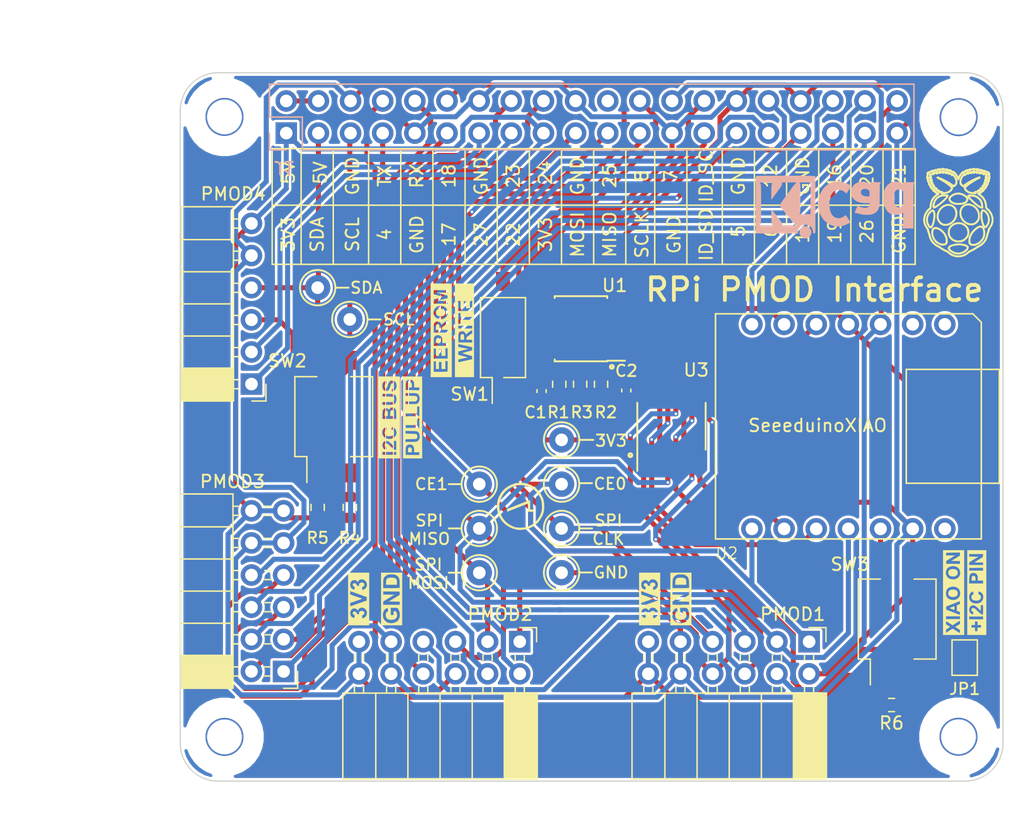
<source format=kicad_pcb>
(kicad_pcb (version 20171130) (host pcbnew "(5.1.10)-1")
  (layers (0 F.Cu signal) (31 B.Cu signal) (34 B.Paste user) (35 F.Paste user) (36 B.SilkS user) (37 F.SilkS user) (38 B.Mask user) (39 F.Mask user) (44 Edge.Cuts user))
  (net 0 "")
  (net 1 GND)
  (net 2 /ID_SD_EEPROM)
  (net 3 /ID_SC_EEPROM)
  (net 4 /P5V)
  (net 5 /SDA1)
  (net 6 /SCL1)
  (net 7 /GPIO04)
  (net 8 /TXD0)
  (net 9 /RXD0)
  (net 10 /RTS0)
  (net 11 /GPIO18)
  (net 12 /GPIO26)
  (net 13 /GPIO22)
  (net 14 /GPIO23)
  (net 15 /GPIO24)
  (net 16 /SPI0_MOSI)
  (net 17 /SPI0_MISO)
  (net 18 /SPI0_CLK)
  (net 19 /SPI0_CE0)
  (net 20 /SPI0_CE1)
  (net 21 /GPIO05)
  (net 22 /GPIO06)
  (net 23 /GPIO12)
  (net 24 /GPIO13)
  (net 25 /GPIO19)
  (net 26 /CTS0)
  (net 27 /GPIO20)
  (net 28 /GPIO21)
  (net 29 /GPIO27)
  (net 30 +3V3)
  (net 31 "Net-(R1-Pad2)")
  (net 32 "Net-(R4-Pad2)")
  (net 33 "Net-(R5-Pad2)")
  (net 34 /PWR_SWI)
  (net 35 /MISO_SW)
  (net 36 /CLK_SW)
  (net 37 /SDA2)
  (net 38 /SCL2)
  (net 39 "Net-(JP1-Pad2)")
  (net 40 /IN)
  (module FM4DD:TestPoint_Keystone_5000-5004_Miniature (layer F.Cu) (at 124.27 81.9785)
    (fp_text reference TP1)
    (fp_text value TestPoint)
    (pad 1 thru_hole circle (at 0 0) (size 2 2) (drill 1) (layers *.Cu *.Mask) (net 6 /SCL1))
  )
  (module FM4DD:TestPoint_Keystone_5000-5004_Miniature (layer F.Cu) (at 121.73 79.4678)
    (fp_text reference TP2)
    (fp_text value TestPoint)
    (pad 1 thru_hole circle (at 0 0) (size 2 2) (drill 1) (layers *.Cu *.Mask) (net 5 /SDA1))
  )
  (module FM4DD:TestPoint_Keystone_5000-5004_Miniature (layer F.Cu) (at 141 91.5)
    (fp_text reference TP9 hide)
    (fp_text value TestPoint)
    (pad 1 thru_hole circle (at 0 0) (size 2 2) (drill 1) (layers *.Cu *.Mask) (net 30 +3V3))
  )
  (module FM4DD:TestPoint_Keystone_5000-5004_Miniature (layer F.Cu) (at 141 95)
    (fp_text reference TP6 hide)
    (fp_text value TestPoint)
    (pad 1 thru_hole circle (at 0 0) (size 2 2) (drill 1) (layers *.Cu *.Mask) (net 19 /SPI0_CE0))
  )
  (module FM4DD:TestPoint_Keystone_5000-5004_Miniature (layer F.Cu) (at 141 98.5)
    (fp_text reference TP5 hide)
    (fp_text value TestPoint)
    (pad 1 thru_hole circle (at 0 0) (size 2 2) (drill 1) (layers *.Cu *.Mask) (net 18 /SPI0_CLK))
  )
  (module FM4DD:TestPoint_Keystone_5000-5004_Miniature (layer F.Cu) (at 141 102)
    (fp_text reference TP8)
    (fp_text value TestPoint)
    (pad 1 thru_hole circle (at 0 0) (size 2 2) (drill 1) (layers *.Cu *.Mask) (net 1 GND))
  )
  (module FM4DD:TestPoint_Keystone_5000-5004_Miniature (layer F.Cu) (at 134.5 102)
    (fp_text reference TP3 hide)
    (fp_text value TestPoint)
    (pad 1 thru_hole circle (at 0 0) (size 2 2) (drill 1) (layers *.Cu *.Mask) (net 16 /SPI0_MOSI))
  )
  (module FM4DD:TestPoint_Keystone_5000-5004_Miniature (layer F.Cu) (at 134.5 98.5)
    (fp_text reference TP4 hide)
    (fp_text value TestPoint)
    (pad 1 thru_hole circle (at 0 0) (size 2 2) (drill 1) (layers *.Cu *.Mask) (net 17 /SPI0_MISO))
  )
  (module FM4DD:TestPoint_Keystone_5000-5004_Miniature (layer F.Cu) (at 134.5 95)
    (fp_text reference TP7 hide)
    (fp_text value TestPoint)
    (pad 1 thru_hole circle (at 0 0) (size 2 2) (drill 1) (layers *.Cu *.Mask) (net 20 /SPI0_CE1))
  )
  (module FM4DD:SW_DIP_SPSTx01_XKB_DSIC01LS (layer F.Cu) (at 136.3726 83.4136 90)
    (fp_text reference SW1 (at -4.4704 -2.6289 180) (layer F.SilkS))
    (fp_text value SW_DIP_x01)
    (pad 1 smd rect (at -4.45 0 90) (size 1.5 1.1) (layers F.Cu F.Paste F.Mask) (net 31 "Net-(R1-Pad2)"))
    (pad 2 smd rect (at 4.45 0 90) (size 1.5 1.1) (layers F.Cu F.Paste F.Mask) (net 1 GND))
  )
  (module FM4DD:SW_DIP_SPSTx02_XKB_DSIC02LS (layer F.Cu) (at 167.513 105.664 90)
    (fp_text reference SW3 (at 4.3307 -3.7338 180) (layer F.SilkS))
    (fp_text value SW_DIP_x02)
    (pad 4 smd rect (at 4.45 -1.27 90) (size 1.5 1.1) (layers F.Cu F.Paste F.Mask) (net 34 /PWR_SWI))
    (pad 2 smd rect (at -4.45 1.27 90) (size 1.5 1.1) (layers F.Cu F.Paste F.Mask) (net 40 /IN))
    (pad 3 smd rect (at 4.45 1.27 90) (size 1.5 1.1) (layers F.Cu F.Paste F.Mask) (net 1 GND))
    (pad 1 smd rect (at -4.45 -1.27 90) (size 1.5 1.1) (layers F.Cu F.Paste F.Mask) (net 30 +3V3))
  )
  (module FM4DD:SW_DIP_SPSTx02_XKB_DSIC02LS (layer F.Cu) (at 123 89.662 90)
    (fp_text reference SW2 (at 4.4069 -3.6581 180) (layer F.SilkS))
    (fp_text value SW_DIP_x02)
    (pad 4 smd rect (at 4.45 -1.27 90) (size 1.5 1.1) (layers F.Cu F.Paste F.Mask) (net 5 /SDA1))
    (pad 2 smd rect (at -4.45 1.27 90) (size 1.5 1.1) (layers F.Cu F.Paste F.Mask) (net 32 "Net-(R4-Pad2)"))
    (pad 3 smd rect (at 4.45 1.27 90) (size 1.5 1.1) (layers F.Cu F.Paste F.Mask) (net 6 /SCL1))
    (pad 1 smd rect (at -4.45 -1.27 90) (size 1.5 1.1) (layers F.Cu F.Paste F.Mask) (net 33 "Net-(R5-Pad2)"))
  )
  (module FM4DD:OSC_SYM_Label (layer F.Cu) (at 137.795 96.774)
    (fp_text reference G*** hide)
    (fp_text value LOGO hide)
  )
  (module FM4DD:XIAO_ON_Label (layer F.Cu) (at 172.847 103.5685 90)
    (fp_text reference G*** hide)
    (fp_text value LOGO hide)
  )
  (module Jumper:SolderJumper-2_P1.3mm_Bridged_Pad1.0x1.5mm (layer F.Cu) (at 172.847 108.712 270)
    (fp_text reference JP1 (at 2.4765 0 180) (layer F.SilkS) (effects (font (size 0.9 0.9))))
    (fp_text value SolderJumper_2_Bridged)
    (fp_poly (pts (xy -0.25 -0.3) (xy 0.25 -0.3) (xy 0.25 0.3) (xy -0.25 0.3)) (layer F.Cu) (width 0))
    (pad 2 smd rect (at 0.65 0 270) (size 1 1.5) (layers F.Cu F.Mask) (net 39 "Net-(JP1-Pad2)"))
    (pad 1 smd rect (at -0.65 0 270) (size 1 1.5) (layers F.Cu F.Mask) (net 40 /IN))
  )
  (module Capacitor_SMD:C_0402_1005Metric (layer F.Cu) (at 139.4206 87.6401 270)
    (fp_text reference C1 (at 1.679 0.4826 180) (layer F.SilkS) (effects (font (size 0.9 0.9))))
    (fp_text value 0.1uF)
    (pad 2 smd roundrect (at 0.48 0 270) (size 0.56 0.62) (layers F.Cu F.Paste F.Mask) (net 1 GND))
    (pad 1 smd roundrect (at -0.48 0 270) (size 0.56 0.62) (layers F.Cu F.Paste F.Mask) (net 30 +3V3))
  )
  (module FM4DD:SeeeduinoXIAO-14P-2.54-21X17.8MM (layer F.Cu) (at 153.162 81.534 270)
    (fp_text reference U2 (at 18.923 -0.889 180) (layer F.SilkS) (effects (font (size 0.889 0.889) (thickness 0.1016))))
    (fp_text value SeeeduinoXIAO (at 8.8265 -8.0645 180) (layer F.SilkS))
    (pad 14 thru_hole circle (at 16.99768 -18.11782 270) (size 1.7 1.7) (drill 1) (layers *.Cu *.Mask))
    (pad 13 thru_hole circle (at 16.99768 -15.57782 270) (size 1.7 1.7) (drill 1) (layers *.Cu *.Mask) (net 1 GND))
    (pad 12 thru_hole circle (at 16.99768 -13.03782 270) (size 1.7 1.7) (drill 1) (layers *.Cu *.Mask) (net 34 /PWR_SWI))
    (pad 11 thru_hole circle (at 16.99768 -10.49782 270) (size 1.7 1.7) (drill 1) (layers *.Cu *.Mask) (net 16 /SPI0_MOSI))
    (pad 10 thru_hole circle (at 16.99768 -7.95782 270) (size 1.7 1.7) (drill 1) (layers *.Cu *.Mask) (net 35 /MISO_SW))
    (pad 9 thru_hole circle (at 16.99768 -5.41782 270) (size 1.7 1.7) (drill 1) (layers *.Cu *.Mask) (net 36 /CLK_SW))
    (pad 8 thru_hole circle (at 16.99768 -2.87782 270) (size 1.7 1.7) (drill 1) (layers *.Cu *.Mask) (net 19 /SPI0_CE0))
    (pad 7 thru_hole circle (at 0.83312 -2.87782 270) (size 1.7 1.7) (drill 1) (layers *.Cu *.Mask) (net 20 /SPI0_CE1))
    (pad 6 thru_hole circle (at 0.83312 -5.41782 270) (size 1.7 1.7) (drill 1) (layers *.Cu *.Mask) (net 38 /SCL2))
    (pad 5 thru_hole circle (at 0.83312 -7.95782 270) (size 1.7 1.7) (drill 1) (layers *.Cu *.Mask) (net 37 /SDA2))
    (pad 4 thru_hole circle (at 0.83312 -10.49782 270) (size 1.7 1.7) (drill 1) (layers *.Cu *.Mask) (net 25 /GPIO19))
    (pad 3 thru_hole circle (at 0.83312 -13.03782 270) (size 1.7 1.7) (drill 1) (layers *.Cu *.Mask) (net 28 /GPIO21))
    (pad 2 thru_hole circle (at 0.83312 -15.57782 270) (size 1.7 1.7) (drill 1) (layers *.Cu *.Mask))
    (pad 1 thru_hole circle (at 0.83312 -18.11782 270) (size 1.7 1.7) (drill 1) (layers *.Cu *.Mask))
  )
  (module Capacitor_SMD:C_0402_1005Metric (layer F.Cu) (at 146.1135 87.5945 90)
    (fp_text reference C2 (at 1.552 0 180) (layer F.SilkS) (effects (font (size 0.9 0.9))))
    (fp_text value 0.1uF)
    (pad 2 smd roundrect (at 0.48 0 90) (size 0.56 0.62) (layers F.Cu F.Paste F.Mask) (net 1 GND))
    (pad 1 smd roundrect (at -0.48 0 90) (size 0.56 0.62) (layers F.Cu F.Paste F.Mask) (net 30 +3V3))
  )
  (module FM4DD:PMODPinSocket_2x06_P2.54mm_Horizontal (layer F.Cu) (at 113.08 103.605)
    (fp_text reference PMOD3 (at 1.922 -8.8122) (layer F.SilkS))
    (fp_text value Conn_02x06_Top_Bottom)
    (pad 1 thru_hole rect (at 5.96 6.2 180) (size 1.7 1.7) (drill 1) (layers *.Cu *.Mask) (net 26 /CTS0))
    (pad 7 thru_hole oval (at 3.42 6.2 180) (size 1.7 1.7) (drill 1) (layers *.Cu *.Mask) (net 7 /GPIO04))
    (pad 2 thru_hole oval (at 5.96 3.66 180) (size 1.7 1.7) (drill 1) (layers *.Cu *.Mask) (net 8 /TXD0))
    (pad 8 thru_hole oval (at 3.42 3.66 180) (size 1.7 1.7) (drill 1) (layers *.Cu *.Mask) (net 23 /GPIO12))
    (pad 3 thru_hole oval (at 5.96 1.12 180) (size 1.7 1.7) (drill 1) (layers *.Cu *.Mask) (net 9 /RXD0))
    (pad 9 thru_hole oval (at 3.42 1.12 180) (size 1.7 1.7) (drill 1) (layers *.Cu *.Mask) (net 21 /GPIO05))
    (pad 4 thru_hole oval (at 5.96 -1.42 180) (size 1.7 1.7) (drill 1) (layers *.Cu *.Mask) (net 10 /RTS0))
    (pad 10 thru_hole oval (at 3.42 -1.42 180) (size 1.7 1.7) (drill 1) (layers *.Cu *.Mask) (net 22 /GPIO06))
    (pad 5 thru_hole oval (at 5.96 -3.96 180) (size 1.7 1.7) (drill 1) (layers *.Cu *.Mask) (net 1 GND))
    (pad 11 thru_hole oval (at 3.42 -3.96 180) (size 1.7 1.7) (drill 1) (layers *.Cu *.Mask) (net 1 GND))
    (pad 6 thru_hole oval (at 5.96 -6.5 180) (size 1.7 1.7) (drill 1) (layers *.Cu *.Mask) (net 30 +3V3))
    (pad 12 thru_hole oval (at 3.42 -6.5 180) (size 1.7 1.7) (drill 1) (layers *.Cu *.Mask) (net 30 +3V3))
  )
  (module Package_SO:QSOP-16_3.9x4.9mm_P0.635mm (layer F.Cu) (at 149.7076 90.424 90)
    (fp_text reference U3 (at 4.445 1.9304) (layer F.SilkS))
    (fp_text value PI5A100)
    (pad 16 smd rect (at 2.6543 -2.2225 90) (size 1.6 0.41) (layers F.Cu F.Paste F.Mask) (net 30 +3V3))
    (pad 15 smd rect (at 2.6543 -1.5875 90) (size 1.6 0.41) (layers F.Cu F.Paste F.Mask) (net 1 GND))
    (pad 14 smd rect (at 2.6543 -0.9525 90) (size 1.6 0.41) (layers F.Cu F.Paste F.Mask) (net 38 /SCL2))
    (pad 13 smd rect (at 2.6543 -0.3175 90) (size 1.6 0.41) (layers F.Cu F.Paste F.Mask) (net 35 /MISO_SW))
    (pad 12 smd rect (at 2.6543 0.3175 90) (size 1.6 0.41) (layers F.Cu F.Paste F.Mask) (net 12 /GPIO26))
    (pad 11 smd rect (at 2.6543 0.9525 90) (size 1.6 0.41) (layers F.Cu F.Paste F.Mask) (net 37 /SDA2))
    (pad 10 smd rect (at 2.6543 1.5875 90) (size 1.6 0.41) (layers F.Cu F.Paste F.Mask) (net 36 /CLK_SW))
    (pad 9 smd rect (at 2.6543 2.2225 90) (size 1.6 0.41) (layers F.Cu F.Paste F.Mask) (net 11 /GPIO18))
    (pad 8 smd rect (at -2.6543 2.2225 90) (size 1.6 0.41) (layers F.Cu F.Paste F.Mask) (net 1 GND))
    (pad 7 smd rect (at -2.6543 1.5875 90) (size 1.6 0.41) (layers F.Cu F.Paste F.Mask) (net 18 /SPI0_CLK))
    (pad 6 smd rect (at -2.6543 0.9525 90) (size 1.6 0.41) (layers F.Cu F.Paste F.Mask) (net 37 /SDA2))
    (pad 5 smd rect (at -2.6543 0.3175 90) (size 1.6 0.41) (layers F.Cu F.Paste F.Mask) (net 36 /CLK_SW))
    (pad 4 smd rect (at -2.6543 -0.3175 90) (size 1.6 0.41) (layers F.Cu F.Paste F.Mask) (net 17 /SPI0_MISO))
    (pad 3 smd rect (at -2.6543 -0.9525 90) (size 1.6 0.41) (layers F.Cu F.Paste F.Mask) (net 38 /SCL2))
    (pad 2 smd rect (at -2.6543 -1.5875 90) (size 1.6 0.41) (layers F.Cu F.Paste F.Mask) (net 35 /MISO_SW))
    (pad 1 smd rect (at -2.6543 -2.2225 90) (size 1.6 0.41) (layers F.Cu F.Paste F.Mask) (net 40 /IN))
  )
  (module Resistor_SMD:R_0603_1608Metric (layer F.Cu) (at 167.0685 112.4585 180)
    (fp_text reference R6 (at 0 -1.43) (layer F.SilkS))
    (fp_text value 10K)
    (pad 2 smd roundrect (at 0.825 0 180) (size 0.8 0.95) (layers F.Cu F.Paste F.Mask) (net 30 +3V3))
    (pad 1 smd roundrect (at -0.825 0 180) (size 0.8 0.95) (layers F.Cu F.Paste F.Mask) (net 39 "Net-(JP1-Pad2)"))
  )
  (module FM4DD:I2C_PullUp_Label (layer F.Cu) (at 128.27 89.7255 90)
    (fp_text reference G*** hide)
    (fp_text value LOGO hide)
  )
  (module FM4DD:EEPROM_WRITE_Label (layer F.Cu) (at 132.3721 82.8421 90)
    (fp_text reference G*** hide)
    (fp_text value LOGO hide)
  )
  (module FM4DD:PMODPinSocket_2x06_P2.54mm_Horizontal (layer F.Cu) (at 131.4958 113.411 90)
    (fp_text reference PMOD2 (at 8.128 4.6482) (layer F.SilkS))
    (fp_text value Conn_02x06_Top_Bottom)
    (pad 12 thru_hole oval (at 3.42 -6.5 270) (size 1.7 1.7) (drill 1) (layers *.Cu *.Mask) (net 30 +3V3))
    (pad 6 thru_hole oval (at 5.96 -6.5 270) (size 1.7 1.7) (drill 1) (layers *.Cu *.Mask) (net 30 +3V3))
    (pad 11 thru_hole oval (at 3.42 -3.96 270) (size 1.7 1.7) (drill 1) (layers *.Cu *.Mask) (net 1 GND))
    (pad 5 thru_hole oval (at 5.96 -3.96 270) (size 1.7 1.7) (drill 1) (layers *.Cu *.Mask) (net 1 GND))
    (pad 10 thru_hole oval (at 3.42 -1.42 270) (size 1.7 1.7) (drill 1) (layers *.Cu *.Mask) (net 15 /GPIO24))
    (pad 4 thru_hole oval (at 5.96 -1.42 270) (size 1.7 1.7) (drill 1) (layers *.Cu *.Mask) (net 18 /SPI0_CLK))
    (pad 9 thru_hole oval (at 3.42 1.12 270) (size 1.7 1.7) (drill 1) (layers *.Cu *.Mask) (net 14 /GPIO23))
    (pad 3 thru_hole oval (at 5.96 1.12 270) (size 1.7 1.7) (drill 1) (layers *.Cu *.Mask) (net 17 /SPI0_MISO))
    (pad 8 thru_hole oval (at 3.42 3.66 270) (size 1.7 1.7) (drill 1) (layers *.Cu *.Mask) (net 24 /GPIO13))
    (pad 2 thru_hole oval (at 5.96 3.66 270) (size 1.7 1.7) (drill 1) (layers *.Cu *.Mask) (net 16 /SPI0_MOSI))
    (pad 7 thru_hole oval (at 3.42 6.2 270) (size 1.7 1.7) (drill 1) (layers *.Cu *.Mask) (net 27 /GPIO20))
    (pad 1 thru_hole rect (at 5.96 6.2 270) (size 1.7 1.7) (drill 1) (layers *.Cu *.Mask) (net 20 /SPI0_CE1))
  )
  (module FM4DD:GND_Label (layer F.Cu) (at 150.4315 104.0765 90)
    (fp_text reference L4 hide)
    (fp_text value GND_Label hide)
  )
  (module FM4DD:3V3_Label (layer F.Cu) (at 147.955 104.0765 90)
    (fp_text reference L5 hide)
    (fp_text value 3V3_Label hide)
  )
  (module FM4DD:3V3_Label (layer F.Cu) (at 124.968 104.0765 90)
    (fp_text reference L5 hide)
    (fp_text value 3V3_Label hide)
  )
  (module FM4DD:GND_Label (layer F.Cu) (at 127.5715 104.0765 90)
    (fp_text reference L4 hide)
    (fp_text value GND_Label hide)
  )
  (module Resistor_SMD:R_0603_1608Metric (layer F.Cu) (at 121.7295 96.8375 90)
    (fp_text reference R5 (at -2.413 0 180) (layer F.SilkS) (effects (font (size 0.9 0.9))))
    (fp_text value 4.7K)
    (pad 2 smd roundrect (at 0.825 0 90) (size 0.8 0.95) (layers F.Cu F.Paste F.Mask) (net 33 "Net-(R5-Pad2)"))
    (pad 1 smd roundrect (at -0.825 0 90) (size 0.8 0.95) (layers F.Cu F.Paste F.Mask) (net 30 +3V3))
  )
  (module Resistor_SMD:R_0603_1608Metric (layer F.Cu) (at 124.2695 96.8375 90)
    (fp_text reference R4 (at -2.413 0 180) (layer F.SilkS) (effects (font (size 0.9 0.9))))
    (fp_text value 4.7K)
    (pad 2 smd roundrect (at 0.825 0 90) (size 0.8 0.95) (layers F.Cu F.Paste F.Mask) (net 32 "Net-(R4-Pad2)"))
    (pad 1 smd roundrect (at -0.825 0 90) (size 0.8 0.95) (layers F.Cu F.Paste F.Mask) (net 30 +3V3))
  )
  (module Resistor_SMD:R_0603_1608Metric (layer F.Cu) (at 142.4686 87.0966 90)
    (fp_text reference R3 (at -2.2225 0.127 180) (layer F.SilkS) (effects (font (size 0.9 0.9))))
    (fp_text value 3.9K)
    (pad 2 smd roundrect (at 0.825 0 90) (size 0.8 0.95) (layers F.Cu F.Paste F.Mask) (net 3 /ID_SC_EEPROM))
    (pad 1 smd roundrect (at -0.825 0 90) (size 0.8 0.95) (layers F.Cu F.Paste F.Mask) (net 30 +3V3))
  )
  (module Resistor_SMD:R_0603_1608Metric (layer F.Cu) (at 144.1196 87.0966 90)
    (fp_text reference R2 (at -2.2225 0.381 180) (layer F.SilkS) (effects (font (size 0.9 0.9))))
    (fp_text value 3.9K)
    (pad 2 smd roundrect (at 0.825 0 90) (size 0.8 0.95) (layers F.Cu F.Paste F.Mask) (net 2 /ID_SD_EEPROM))
    (pad 1 smd roundrect (at -0.825 0 90) (size 0.8 0.95) (layers F.Cu F.Paste F.Mask) (net 30 +3V3))
  )
  (module Resistor_SMD:R_0603_1608Metric (layer F.Cu) (at 140.8176 87.0966 90)
    (fp_text reference R1 (at -2.2225 -0.0635 180) (layer F.SilkS) (effects (font (size 0.9 0.9))))
    (fp_text value 10K)
    (pad 2 smd roundrect (at 0.825 0 90) (size 0.8 0.95) (layers F.Cu F.Paste F.Mask) (net 31 "Net-(R1-Pad2)"))
    (pad 1 smd roundrect (at -0.825 0 90) (size 0.8 0.95) (layers F.Cu F.Paste F.Mask) (net 30 +3V3))
  )
  (module FM4DD:PMODPinSocket_1x06_P2.54mm_Horizontal (layer F.Cu) (at 116.5626 74.295)
    (fp_text reference PMOD4 (at -1.498 -2.2352 180) (layer F.SilkS))
    (fp_text value Conn_01x06)
    (pad 6 thru_hole oval (at -0.0626 0.0928) (size 1.7 1.7) (drill 1) (layers *.Cu *.Mask) (net 30 +3V3))
    (pad 5 thru_hole oval (at -0.0626 2.6328) (size 1.7 1.7) (drill 1) (layers *.Cu *.Mask) (net 1 GND))
    (pad 4 thru_hole oval (at -0.0626 5.1728) (size 1.7 1.7) (drill 1) (layers *.Cu *.Mask) (net 5 /SDA1))
    (pad 3 thru_hole oval (at -0.0626 7.7128) (size 1.7 1.7) (drill 1) (layers *.Cu *.Mask) (net 6 /SCL1))
    (pad 2 thru_hole oval (at -0.0626 10.2528) (size 1.7 1.7) (drill 1) (layers *.Cu *.Mask) (net 29 /GPIO27))
    (pad 1 thru_hole rect (at -0.0626 12.7928) (size 1.7 1.7) (drill 1) (layers *.Cu *.Mask) (net 13 /GPIO22))
  )
  (module FM4DD:PMODPinSocket_2x06_P2.54mm_Horizontal (layer F.Cu) (at 154.3558 113.411 90)
    (fp_text reference PMOD1 (at 8.128 4.9022 180) (layer F.SilkS))
    (fp_text value Conn_02x06_Top_Bottom)
    (pad 1 thru_hole rect (at 5.96 6.2 270) (size 1.7 1.7) (drill 1) (layers *.Cu *.Mask) (net 19 /SPI0_CE0))
    (pad 7 thru_hole oval (at 3.42 6.2 270) (size 1.7 1.7) (drill 1) (layers *.Cu *.Mask) (net 25 /GPIO19))
    (pad 2 thru_hole oval (at 5.96 3.66 270) (size 1.7 1.7) (drill 1) (layers *.Cu *.Mask) (net 16 /SPI0_MOSI))
    (pad 8 thru_hole oval (at 3.42 3.66 270) (size 1.7 1.7) (drill 1) (layers *.Cu *.Mask) (net 28 /GPIO21))
    (pad 3 thru_hole oval (at 5.96 1.12 270) (size 1.7 1.7) (drill 1) (layers *.Cu *.Mask) (net 17 /SPI0_MISO))
    (pad 9 thru_hole oval (at 3.42 1.12 270) (size 1.7 1.7) (drill 1) (layers *.Cu *.Mask) (net 12 /GPIO26))
    (pad 4 thru_hole oval (at 5.96 -1.42 270) (size 1.7 1.7) (drill 1) (layers *.Cu *.Mask) (net 18 /SPI0_CLK))
    (pad 10 thru_hole oval (at 3.42 -1.42 270) (size 1.7 1.7) (drill 1) (layers *.Cu *.Mask) (net 11 /GPIO18))
    (pad 5 thru_hole oval (at 5.96 -3.96 270) (size 1.7 1.7) (drill 1) (layers *.Cu *.Mask) (net 1 GND))
    (pad 11 thru_hole oval (at 3.42 -3.96 270) (size 1.7 1.7) (drill 1) (layers *.Cu *.Mask) (net 1 GND))
    (pad 6 thru_hole oval (at 5.96 -6.5 270) (size 1.7 1.7) (drill 1) (layers *.Cu *.Mask) (net 30 +3V3))
    (pad 12 thru_hole oval (at 3.42 -6.5 270) (size 1.7 1.7) (drill 1) (layers *.Cu *.Mask) (net 30 +3V3))
  )
  (module FM4DD:JLCPCB_Order_Number_Placeholder (layer F.Cu) (at 162.687 69.469)
    (fp_text reference SN1 hide)
    (fp_text value JLCPCB_serial_location)
  )
  (module FM4DD:RasPi_GPIO_Legend (layer F.Cu) (at 119.4054 70.4088 90)
    (fp_text reference L3)
    (fp_text value Pinout_RPI_GPIO)
    (fp_text user 7 (at -0.228 30.226 90) (layer F.SilkS))
    (fp_text user 8 (at -0.228 27.94 90) (layer F.SilkS))
    (fp_text user GND (at -0.228 35.56 90) (layer F.SilkS))
    (fp_text user 12 (at -0.228 38.1 90) (layer F.SilkS))
    (fp_text user GND (at -0.228 40.64 90) (layer F.SilkS))
    (fp_text user 16 (at -0.228 43.18 90) (layer F.SilkS))
    (fp_text user 20 (at -0.228 45.72 90) (layer F.SilkS))
    (fp_text user 21 (at -0.228 48.26 90) (layer F.SilkS))
    (fp_text user GND (at -4.856 48.26 90) (layer F.SilkS))
    (fp_text user 26 (at -4.602 45.72 90) (layer F.SilkS))
    (fp_text user 19 (at -4.602 43.18 90) (layer F.SilkS))
    (fp_text user 13 (at -4.602 40.64 90) (layer F.SilkS))
    (fp_text user 6 (at -4.602 38.1 90) (layer F.SilkS))
    (fp_text user 5 (at -4.602 35.56 90) (layer F.SilkS))
    (fp_text user ID_SC (at -0.228 33.02 90) (layer F.SilkS))
    (fp_text user ID_SD (at -4.856 33.02 90) (layer F.SilkS))
    (fp_text user GND (at -4.856 30.48 90) (layer F.SilkS))
    (fp_text user SCLK (at -4.856 27.94 90) (layer F.SilkS))
    (fp_text user MISO (at -4.856 25.4 90) (layer F.SilkS))
    (fp_text user MOSI (at -4.856 22.86 90) (layer F.SilkS))
    (fp_text user 3V3 (at -4.856 20.32 90) (layer F.SilkS))
    (fp_text user 22 (at -4.856 17.78 90) (layer F.SilkS))
    (fp_text user 27 (at -4.856 15.24 90) (layer F.SilkS))
    (fp_text user 17 (at -4.856 12.7 90) (layer F.SilkS))
    (fp_text user GND (at -4.856 10.16 90) (layer F.SilkS))
    (fp_text user 4 (at -4.856 7.62 90) (layer F.SilkS))
    (fp_text user 25 (at -0.228 25.4 90) (layer F.SilkS))
    (fp_text user GND (at -0.228 22.86 90) (layer F.SilkS))
    (fp_text user 24 (at 0.026 20.32 90) (layer F.SilkS))
    (fp_text user 23 (at -0.228 17.78 90) (layer F.SilkS))
    (fp_text user GND (at -0.228 15.24 90) (layer F.SilkS))
    (fp_text user 18 (at -0.228 12.7 90) (layer F.SilkS))
    (fp_text user RX (at -0.228 10.16 90) (layer F.SilkS))
    (fp_text user TX (at -0.228 7.62 90) (layer F.SilkS))
    (fp_text user GND (at -0.228 5.08 90) (layer F.SilkS))
    (fp_text user 5V (at 0.026 2.54 90) (layer F.SilkS))
    (fp_text user SCL (at -4.856 5.08 90) (layer F.SilkS))
    (fp_text user SDA (at -4.856 2.286 90) (layer F.SilkS))
    (fp_text user 3V3 (at -4.856 0 90) (layer F.SilkS))
    (fp_text user 5V (at 0.026 0 90) (layer F.SilkS))
  )
  (module FM4DD:RPI_Logo (layer F.Cu) (at 172.339 73.914)
    (fp_text reference L2 hide)
    (fp_text value Logo_RPI)
  )
  (module FM4DD:KiCad-Logo2_5mm_SilkScreen (layer B.Cu) (at 162.6108 72.5678)
    (fp_text reference L1 hide)
    (fp_text value Logo_KiCad_5mm hide)
  )
  (module Package_SOIC:SOIC-8_3.9x4.9mm_P1.27mm (layer F.Cu) (at 142.5321 82.7151 180)
    (fp_text reference U1 (at -2.667 3.429 180) (layer F.SilkS))
    (fp_text value CAT24C32)
    (pad 1 smd rect (at -2.7 -1.905 180) (size 1.55 0.6) (layers F.Cu F.Paste F.Mask) (net 1 GND))
    (pad 2 smd rect (at -2.7 -0.635 180) (size 1.55 0.6) (layers F.Cu F.Paste F.Mask) (net 1 GND))
    (pad 3 smd rect (at -2.7 0.635 180) (size 1.55 0.6) (layers F.Cu F.Paste F.Mask) (net 1 GND))
    (pad 4 smd rect (at -2.7 1.905 180) (size 1.55 0.6) (layers F.Cu F.Paste F.Mask) (net 1 GND))
    (pad 5 smd rect (at 2.7 1.905 180) (size 1.55 0.6) (layers F.Cu F.Paste F.Mask) (net 2 /ID_SD_EEPROM))
    (pad 6 smd rect (at 2.7 0.635 180) (size 1.55 0.6) (layers F.Cu F.Paste F.Mask) (net 3 /ID_SC_EEPROM))
    (pad 7 smd rect (at 2.7 -0.635 180) (size 1.55 0.6) (layers F.Cu F.Paste F.Mask) (net 31 "Net-(R1-Pad2)"))
    (pad 8 smd rect (at 2.7 -1.905 180) (size 1.55 0.6) (layers F.Cu F.Paste F.Mask) (net 30 +3V3))
  )
  (module Connector_PinSocket_2.54mm:PinSocket_2x20_P2.54mm_Vertical (layer B.Cu) (at 119.2492 67.2474 270)
    (fp_text reference J1 (at 2.7296 0.1486 180 unlocked) (layer B.SilkS) (effects (justify mirror)))
    (fp_text value 40HAT)
    (pad 40 thru_hole oval (at -2.54 -48.26 270) (size 1.7 1.7) (drill 1) (layers *.Cu *.Mask) (net 28 /GPIO21))
    (pad 39 thru_hole oval (at 0 -48.26 270) (size 1.7 1.7) (drill 1) (layers *.Cu *.Mask) (net 1 GND))
    (pad 38 thru_hole oval (at -2.54 -45.72 270) (size 1.7 1.7) (drill 1) (layers *.Cu *.Mask) (net 27 /GPIO20))
    (pad 37 thru_hole oval (at 0 -45.72 270) (size 1.7 1.7) (drill 1) (layers *.Cu *.Mask) (net 12 /GPIO26))
    (pad 36 thru_hole oval (at -2.54 -43.18 270) (size 1.7 1.7) (drill 1) (layers *.Cu *.Mask) (net 26 /CTS0))
    (pad 35 thru_hole oval (at 0 -43.18 270) (size 1.7 1.7) (drill 1) (layers *.Cu *.Mask) (net 25 /GPIO19))
    (pad 34 thru_hole oval (at -2.54 -40.64 270) (size 1.7 1.7) (drill 1) (layers *.Cu *.Mask) (net 1 GND))
    (pad 33 thru_hole oval (at 0 -40.64 270) (size 1.7 1.7) (drill 1) (layers *.Cu *.Mask) (net 24 /GPIO13))
    (pad 32 thru_hole oval (at -2.54 -38.1 270) (size 1.7 1.7) (drill 1) (layers *.Cu *.Mask) (net 23 /GPIO12))
    (pad 31 thru_hole oval (at 0 -38.1 270) (size 1.7 1.7) (drill 1) (layers *.Cu *.Mask) (net 22 /GPIO06))
    (pad 30 thru_hole oval (at -2.54 -35.56 270) (size 1.7 1.7) (drill 1) (layers *.Cu *.Mask) (net 1 GND))
    (pad 29 thru_hole oval (at 0 -35.56 270) (size 1.7 1.7) (drill 1) (layers *.Cu *.Mask) (net 21 /GPIO05))
    (pad 28 thru_hole oval (at -2.54 -33.02 270) (size 1.7 1.7) (drill 1) (layers *.Cu *.Mask) (net 3 /ID_SC_EEPROM))
    (pad 27 thru_hole oval (at 0 -33.02 270) (size 1.7 1.7) (drill 1) (layers *.Cu *.Mask) (net 2 /ID_SD_EEPROM))
    (pad 26 thru_hole oval (at -2.54 -30.48 270) (size 1.7 1.7) (drill 1) (layers *.Cu *.Mask) (net 20 /SPI0_CE1))
    (pad 25 thru_hole oval (at 0 -30.48 270) (size 1.7 1.7) (drill 1) (layers *.Cu *.Mask) (net 1 GND))
    (pad 24 thru_hole oval (at -2.54 -27.94 270) (size 1.7 1.7) (drill 1) (layers *.Cu *.Mask) (net 19 /SPI0_CE0))
    (pad 23 thru_hole oval (at 0 -27.94 270) (size 1.7 1.7) (drill 1) (layers *.Cu *.Mask) (net 18 /SPI0_CLK))
    (pad 22 thru_hole oval (at -2.54 -25.4 270) (size 1.7 1.7) (drill 1) (layers *.Cu *.Mask))
    (pad 21 thru_hole oval (at 0 -25.4 270) (size 1.7 1.7) (drill 1) (layers *.Cu *.Mask) (net 17 /SPI0_MISO))
    (pad 20 thru_hole oval (at -2.54 -22.86 270) (size 1.7 1.7) (drill 1) (layers *.Cu *.Mask) (net 1 GND))
    (pad 19 thru_hole oval (at 0 -22.86 270) (size 1.7 1.7) (drill 1) (layers *.Cu *.Mask) (net 16 /SPI0_MOSI))
    (pad 18 thru_hole oval (at -2.54 -20.32 270) (size 1.7 1.7) (drill 1) (layers *.Cu *.Mask) (net 15 /GPIO24))
    (pad 17 thru_hole oval (at 0 -20.32 270) (size 1.7 1.7) (drill 1) (layers *.Cu *.Mask) (net 30 +3V3))
    (pad 16 thru_hole oval (at -2.54 -17.78 270) (size 1.7 1.7) (drill 1) (layers *.Cu *.Mask) (net 14 /GPIO23))
    (pad 15 thru_hole oval (at 0 -17.78 270) (size 1.7 1.7) (drill 1) (layers *.Cu *.Mask) (net 13 /GPIO22))
    (pad 14 thru_hole oval (at -2.54 -15.24 270) (size 1.7 1.7) (drill 1) (layers *.Cu *.Mask) (net 1 GND))
    (pad 13 thru_hole oval (at 0 -15.24 270) (size 1.7 1.7) (drill 1) (layers *.Cu *.Mask) (net 29 /GPIO27))
    (pad 12 thru_hole oval (at -2.54 -12.7 270) (size 1.7 1.7) (drill 1) (layers *.Cu *.Mask) (net 11 /GPIO18))
    (pad 11 thru_hole oval (at 0 -12.7 270) (size 1.7 1.7) (drill 1) (layers *.Cu *.Mask) (net 10 /RTS0))
    (pad 10 thru_hole oval (at -2.54 -10.16 270) (size 1.7 1.7) (drill 1) (layers *.Cu *.Mask) (net 9 /RXD0))
    (pad 9 thru_hole oval (at 0 -10.16 270) (size 1.7 1.7) (drill 1) (layers *.Cu *.Mask) (net 1 GND))
    (pad 8 thru_hole oval (at -2.54 -7.62 270) (size 1.7 1.7) (drill 1) (layers *.Cu *.Mask) (net 8 /TXD0))
    (pad 7 thru_hole oval (at 0 -7.62 270) (size 1.7 1.7) (drill 1) (layers *.Cu *.Mask) (net 7 /GPIO04))
    (pad 6 thru_hole oval (at -2.54 -5.08 270) (size 1.7 1.7) (drill 1) (layers *.Cu *.Mask) (net 1 GND))
    (pad 5 thru_hole oval (at 0 -5.08 270) (size 1.7 1.7) (drill 1) (layers *.Cu *.Mask) (net 6 /SCL1))
    (pad 4 thru_hole oval (at -2.54 -2.54 270) (size 1.7 1.7) (drill 1) (layers *.Cu *.Mask) (net 4 /P5V))
    (pad 3 thru_hole oval (at 0 -2.54 270) (size 1.7 1.7) (drill 1) (layers *.Cu *.Mask) (net 5 /SDA1))
    (pad 2 thru_hole oval (at -2.54 0 270) (size 1.7 1.7) (drill 1) (layers *.Cu *.Mask) (net 4 /P5V))
    (pad 1 thru_hole rect (at 0 0 270) (size 1.7 1.7) (drill 1) (layers *.Cu *.Mask) (net 30 +3V3))
  )
  (module project_footprints:NPTH_3mm_ID (layer F.Cu) (at 114.3692 65.9674)
    (fp_text reference H1)
    (fp_text value 3mm_Mounting_Hole hide)
    (pad "" np_thru_hole circle (at 0 0) (size 3 3) (drill 2.75) (layers *.Cu *.Mask) (clearance 1.6))
  )
  (module project_footprints:NPTH_3mm_ID (layer F.Cu) (at 172.3692 65.9874)
    (fp_text reference H2)
    (fp_text value 3mm_Mounting_Hole hide)
    (pad "" np_thru_hole circle (at 0 0) (size 3 3) (drill 2.75) (layers *.Cu *.Mask) (clearance 1.6))
  )
  (module project_footprints:NPTH_3mm_ID (layer F.Cu) (at 114.3692 114.9774)
    (fp_text reference H3)
    (fp_text value 3mm_Mounting_Hole hide)
    (pad "" np_thru_hole circle (at 0 0) (size 3 3) (drill 2.75) (layers *.Cu *.Mask) (clearance 1.6))
  )
  (module project_footprints:NPTH_3mm_ID (layer F.Cu) (at 172.3592 114.9674)
    (fp_text reference H4)
    (fp_text value 3mm_Mounting_Hole hide)
    (pad "" np_thru_hole circle (at 0 0) (size 3 3) (drill 2.75) (layers *.Cu *.Mask) (clearance 1.6))
  )
  (gr_line (start 110.875556 65.475011) (end 110.875556 90.475011) (layer Edge.Cuts) (width 0.1))
  (gr_text 3V3 (at 144.907 91.567) (layer F.SilkS) (effects (font (size 0.9 0.9))))
  (gr_line (start 142.497 91.5) (end 143.51 91.5) (layer F.SilkS) (width 0.15))
  (gr_text "RPi PMOD Interface" (at 160.9725 79.629) (layer F.SilkS) (effects (font (size 1.8 1.8) (thickness 0.3))))
  (gr_circle (center 146.431 92.71) (end 146.431 92.583) (layer F.SilkS) (width 0.2))
  (gr_line (start 143.376 118.475011) (end 172.876444 118.475011) (layer Edge.Cuts) (width 0.1))
  (gr_text GND (at 144.907 101.981) (layer F.SilkS) (effects (font (size 0.9 0.9))))
  (gr_line (start 143.4054 101.981) (end 142.3924 101.981) (layer F.SilkS) (width 0.15))
  (gr_text "SPI\nMISO" (at 130.556 98.6028) (layer F.SilkS) (effects (font (size 0.9 0.9))))
  (gr_text "SPI\nMOSI" (at 130.4798 102.0826) (layer F.SilkS) (effects (font (size 0.9 0.9))))
  (gr_line (start 132.087 98.5) (end 133.1 98.5) (layer F.SilkS) (width 0.15))
  (gr_line (start 133.1 102) (end 132.087 102) (layer F.SilkS) (width 0.15))
  (gr_text "SPI\nCLK" (at 144.7038 98.6028) (layer F.SilkS) (effects (font (size 0.9 0.9))))
  (gr_line (start 143.413 98.5) (end 142.4 98.5) (layer F.SilkS) (width 0.15))
  (gr_text CE1 (at 130.7084 94.996) (layer F.SilkS) (effects (font (size 0.9 0.9))))
  (gr_text CE0 (at 144.8308 94.9706) (layer F.SilkS) (effects (font (size 0.9 0.9))))
  (gr_line (start 132.087 95) (end 133.1 95) (layer F.SilkS) (width 0.15))
  (gr_line (start 142.3924 94.9198) (end 143.4054 94.9198) (layer F.SilkS) (width 0.15))
  (gr_text SCL (at 128.143 81.9785) (layer F.SilkS) (effects (font (size 0.9 0.9))))
  (gr_text SDA (at 125.5776 79.4766) (layer F.SilkS) (effects (font (size 0.9 0.9))))
  (gr_line (start 123.13 79.4678) (end 124.1684 79.4678) (layer F.SilkS) (width 0.15))
  (gr_line (start 125.67 81.9785) (end 126.7084 81.9785) (layer F.SilkS) (width 0.15))
  (gr_circle (center 144.9705 85.725) (end 144.9705 85.598) (layer F.SilkS) (width 0.2))
  (gr_line (start 110.875556 90.475011) (end 110.875556 115.475011) (layer Edge.Cuts) (width 0.1))
  (gr_arc (start 113.875556 65.475011) (end 113.875556 62.475011) (angle -90) (layer Edge.Cuts) (width 0.1))
  (gr_line (start 172.875556 62.475011) (end 113.875556 62.475011) (layer Edge.Cuts) (width 0.1))
  (gr_arc (start 172.875556 65.475011) (end 175.875556 65.475011) (angle -90) (layer Edge.Cuts) (width 0.1))
  (gr_line (start 175.875551 115.480247) (end 175.875551 65.475011) (layer Edge.Cuts) (width 0.1))
  (gr_arc (start 113.875556 115.475011) (end 110.875556 115.475011) (angle -90) (layer Edge.Cuts) (width 0.1))
  (gr_line (start 113.875556 118.475011) (end 143.376 118.475011) (layer Edge.Cuts) (width 0.1))
  (gr_arc (start 172.875556 115.475011) (end 172.875556 118.475011) (angle -89.9) (layer Edge.Cuts) (width 0.1))
  (segment (start 139.4206 88.1201) (end 140.1497 88.8492) (width 0.4) (layer F.Cu) (net 1))
  (segment (start 144.515544 88.8492) (end 145.2321 88.132644) (width 0.4) (layer F.Cu) (net 1))
  (segment (start 140.1497 88.8492) (end 144.515544 88.8492) (width 0.4) (layer F.Cu) (net 1))
  (segment (start 145.2321 84.6201) (end 145.2321 80.8101) (width 0.4) (layer F.Cu) (net 1))
  (segment (start 117.669201 64.437397) (end 117.669201 71.078199) (width 0.4) (layer B.Cu) (net 1))
  (segment (start 118.649199 63.457399) (end 117.669201 64.437397) (width 0.4) (layer B.Cu) (net 1))
  (segment (start 123.079199 63.457399) (end 118.649199 63.457399) (width 0.4) (layer B.Cu) (net 1))
  (segment (start 124.3292 64.7074) (end 123.079199 63.457399) (width 0.4) (layer B.Cu) (net 1))
  (segment (start 115.249999 75.677799) (end 116.5 76.9278) (width 0.4) (layer B.Cu) (net 1))
  (segment (start 115.249999 73.497401) (end 115.249999 75.677799) (width 0.4) (layer B.Cu) (net 1))
  (segment (start 117.669201 71.078199) (end 115.249999 73.497401) (width 0.4) (layer B.Cu) (net 1))
  (segment (start 128.159199 65.997399) (end 129.4092 67.2474) (width 0.4) (layer F.Cu) (net 1))
  (segment (start 128.159199 64.147397) (end 128.159199 65.997399) (width 0.4) (layer F.Cu) (net 1))
  (segment (start 127.469201 63.457399) (end 128.159199 64.147397) (width 0.4) (layer F.Cu) (net 1))
  (segment (start 125.579201 63.457399) (end 127.469201 63.457399) (width 0.4) (layer F.Cu) (net 1))
  (segment (start 124.3292 64.7074) (end 125.579201 63.457399) (width 0.4) (layer F.Cu) (net 1))
  (segment (start 129.4092 67.2474) (end 130.659201 65.997399) (width 0.4) (layer B.Cu) (net 1))
  (segment (start 134.4892 64.7074) (end 133.8952 64.7074) (width 0.4) (layer B.Cu) (net 1))
  (segment (start 130.699199 65.957401) (end 130.659201 65.997399) (width 0.4) (layer B.Cu) (net 1))
  (segment (start 132.645199 65.957401) (end 130.699199 65.957401) (width 0.4) (layer B.Cu) (net 1))
  (segment (start 133.8952 64.7074) (end 132.645199 65.957401) (width 0.4) (layer B.Cu) (net 1))
  (segment (start 150.979201 65.997399) (end 149.7292 67.2474) (width 0.4) (layer B.Cu) (net 1))
  (segment (start 152.829203 65.997399) (end 150.979201 65.997399) (width 0.4) (layer B.Cu) (net 1))
  (segment (start 154.119202 64.7074) (end 152.829203 65.997399) (width 0.4) (layer B.Cu) (net 1))
  (segment (start 154.8092 64.7074) (end 154.119202 64.7074) (width 0.4) (layer B.Cu) (net 1))
  (segment (start 143.359201 65.957401) (end 142.1092 64.7074) (width 0.4) (layer B.Cu) (net 1))
  (segment (start 148.439201 65.957401) (end 143.359201 65.957401) (width 0.4) (layer B.Cu) (net 1))
  (segment (start 149.7292 67.2474) (end 148.439201 65.957401) (width 0.4) (layer B.Cu) (net 1))
  (segment (start 140.859199 63.457399) (end 142.1092 64.7074) (width 0.4) (layer B.Cu) (net 1))
  (segment (start 135.739201 63.457399) (end 140.859199 63.457399) (width 0.4) (layer B.Cu) (net 1))
  (segment (start 134.4892 64.7074) (end 135.739201 63.457399) (width 0.4) (layer B.Cu) (net 1))
  (segment (start 153.519201 65.997399) (end 153.519201 67.765599) (width 0.4) (layer F.Cu) (net 1))
  (segment (start 154.8092 64.7074) (end 153.519201 65.997399) (width 0.4) (layer F.Cu) (net 1))
  (segment (start 145.2321 76.0527) (end 145.2321 80.8101) (width 0.4) (layer F.Cu) (net 1))
  (segment (start 153.519201 67.765599) (end 145.2321 76.0527) (width 0.4) (layer F.Cu) (net 1))
  (segment (start 158.639199 63.457399) (end 159.8892 64.7074) (width 0.4) (layer F.Cu) (net 1))
  (segment (start 156.059201 63.457399) (end 158.639199 63.457399) (width 0.4) (layer F.Cu) (net 1))
  (segment (start 154.8092 64.7074) (end 156.059201 63.457399) (width 0.4) (layer F.Cu) (net 1))
  (segment (start 127.5358 109.991) (end 127.5358 107.451) (width 0.4) (layer B.Cu) (net 1))
  (segment (start 148.545789 111.841011) (end 150.3958 109.991) (width 0.4) (layer B.Cu) (net 1))
  (segment (start 129.385811 111.841011) (end 148.545789 111.841011) (width 0.4) (layer B.Cu) (net 1))
  (segment (start 127.5358 109.991) (end 129.385811 111.841011) (width 0.4) (layer B.Cu) (net 1))
  (segment (start 150.3958 109.991) (end 150.3958 107.451) (width 0.4) (layer B.Cu) (net 1))
  (segment (start 168.73982 101.17082) (end 168.783 101.214) (width 0.4) (layer F.Cu) (net 1))
  (segment (start 168.73982 98.53168) (end 168.73982 101.17082) (width 0.4) (layer F.Cu) (net 1))
  (segment (start 149.7292 69.009974) (end 145.488944 73.25023) (width 0.4) (layer F.Cu) (net 1))
  (segment (start 149.7292 67.2474) (end 149.7292 69.009974) (width 0.4) (layer F.Cu) (net 1))
  (segment (start 136.3726 77.957316) (end 136.3726 78.9636) (width 0.4) (layer F.Cu) (net 1))
  (segment (start 141.079685 73.250231) (end 136.3726 77.957316) (width 0.4) (layer F.Cu) (net 1))
  (segment (start 145.488944 73.25023) (end 141.079685 73.250231) (width 0.4) (layer F.Cu) (net 1))
  (segment (start 168.73982 98.53168) (end 166.63613 96.42799) (width 0.4) (layer F.Cu) (net 1))
  (segment (start 166.63613 96.42799) (end 153.57799 96.42799) (width 0.4) (layer F.Cu) (net 1))
  (segment (start 151.9301 94.7801) (end 151.9301 93.0783) (width 0.4) (layer F.Cu) (net 1))
  (segment (start 153.57799 96.42799) (end 151.9301 94.7801) (width 0.4) (layer F.Cu) (net 1))
  (segment (start 167.489819 97.281679) (end 168.73982 98.53168) (width 0.4) (layer B.Cu) (net 1))
  (segment (start 167.489819 67.266781) (end 167.489819 97.281679) (width 0.4) (layer B.Cu) (net 1))
  (segment (start 167.5092 67.2474) (end 167.489819 67.266781) (width 0.4) (layer B.Cu) (net 1))
  (segment (start 119.04 99.645) (end 118.668 99.645) (width 0.4) (layer B.Cu) (net 1))
  (segment (start 116.5 99.645) (end 119.04 99.645) (width 0.4) (layer B.Cu) (net 1))
  (segment (start 115.249999 110.405001) (end 115.249999 100.895001) (width 0.4) (layer B.Cu) (net 1))
  (segment (start 115.899999 111.055001) (end 115.249999 110.405001) (width 0.4) (layer B.Cu) (net 1))
  (segment (start 121.418499 111.055001) (end 115.899999 111.055001) (width 0.4) (layer B.Cu) (net 1))
  (segment (start 122.8725 107.724298) (end 122.8725 109.601) (width 0.4) (layer B.Cu) (net 1))
  (segment (start 115.249999 100.895001) (end 116.5 99.645) (width 0.4) (layer B.Cu) (net 1))
  (segment (start 122.8725 109.601) (end 121.418499 111.055001) (width 0.4) (layer B.Cu) (net 1))
  (segment (start 124.395799 106.200999) (end 122.8725 107.724298) (width 0.4) (layer B.Cu) (net 1))
  (segment (start 126.285799 106.200999) (end 124.395799 106.200999) (width 0.4) (layer B.Cu) (net 1))
  (segment (start 127.5358 107.451) (end 126.285799 106.200999) (width 0.4) (layer B.Cu) (net 1))
  (segment (start 145.2805 87.1145) (end 145.2321 87.0661) (width 0.4) (layer F.Cu) (net 1))
  (segment (start 146.1135 87.1145) (end 145.2805 87.1145) (width 0.4) (layer F.Cu) (net 1))
  (segment (start 145.2321 87.0661) (end 145.2321 84.6201) (width 0.4) (layer F.Cu) (net 1))
  (segment (start 145.2321 88.132644) (end 145.2321 87.0661) (width 0.4) (layer F.Cu) (net 1))
  (segment (start 146.4071 84.6201) (end 145.2321 84.6201) (width 0.4) (layer F.Cu) (net 1))
  (segment (start 146.9136 84.6201) (end 146.4071 84.6201) (width 0.4) (layer F.Cu) (net 1))
  (segment (start 148.1201 85.8266) (end 146.9136 84.6201) (width 0.4) (layer F.Cu) (net 1))
  (segment (start 148.1201 87.7697) (end 148.1201 85.8266) (width 0.4) (layer F.Cu) (net 1))
  (segment (start 161.139201 63.457399) (end 159.8892 64.7074) (width 0.4) (layer F.Cu) (net 1))
  (segment (start 168.109201 63.457399) (end 161.139201 63.457399) (width 0.4) (layer F.Cu) (net 1))
  (segment (start 168.759201 64.107399) (end 168.109201 63.457399) (width 0.4) (layer F.Cu) (net 1))
  (segment (start 168.759201 65.997399) (end 168.759201 64.107399) (width 0.4) (layer F.Cu) (net 1))
  (segment (start 167.5092 67.2474) (end 168.759201 65.997399) (width 0.4) (layer F.Cu) (net 1))
  (segment (start 144.9448 102) (end 141 102) (width 0.4) (layer F.Cu) (net 1))
  (segment (start 145.94626 102) (end 144.9448 102) (width 0.4) (layer F.Cu) (net 1))
  (segment (start 150.3958 106.44954) (end 145.94626 102) (width 0.4) (layer F.Cu) (net 1))
  (segment (start 150.3958 107.451) (end 150.3958 106.44954) (width 0.4) (layer F.Cu) (net 1))
  (segment (start 167.489819 99.781681) (end 167.489819 100.162681) (width 0.4) (layer B.Cu) (net 1))
  (segment (start 168.73982 98.53168) (end 167.489819 99.781681) (width 0.4) (layer B.Cu) (net 1))
  (segment (start 152.24581 111.84101) (end 150.3958 109.991) (width 0.4) (layer B.Cu) (net 1))
  (segment (start 161.404334 111.84101) (end 152.24581 111.84101) (width 0.4) (layer B.Cu) (net 1))
  (segment (start 165.509831 107.735513) (end 161.404334 111.84101) (width 0.4) (layer B.Cu) (net 1))
  (segment (start 167.489819 105.750681) (end 165.509831 107.730669) (width 0.4) (layer B.Cu) (net 1))
  (segment (start 165.509831 107.730669) (end 165.509831 107.735513) (width 0.4) (layer B.Cu) (net 1))
  (segment (start 167.489819 100.162681) (end 167.489819 105.750681) (width 0.4) (layer B.Cu) (net 1))
  (segment (start 115.249999 78.177801) (end 116.5 76.9278) (width 0.4) (layer B.Cu) (net 1))
  (segment (start 115.249999 94.485499) (end 115.249999 78.177801) (width 0.4) (layer B.Cu) (net 1))
  (segment (start 116.0145 95.25) (end 115.249999 94.485499) (width 0.4) (layer B.Cu) (net 1))
  (segment (start 119.5959 95.25) (end 116.0145 95.25) (width 0.4) (layer B.Cu) (net 1))
  (segment (start 120.65 96.3041) (end 119.5959 95.25) (width 0.4) (layer B.Cu) (net 1))
  (segment (start 120.65 98.035) (end 120.65 96.3041) (width 0.4) (layer B.Cu) (net 1))
  (segment (start 119.04 99.645) (end 120.65 98.035) (width 0.4) (layer B.Cu) (net 1))
  (segment (start 140.585642 80.8101) (end 139.8321 80.8101) (width 0.4) (layer F.Cu) (net 2))
  (segment (start 144.057099 84.281557) (end 140.585642 80.8101) (width 0.4) (layer F.Cu) (net 2))
  (segment (start 144.057099 86.209099) (end 144.057099 84.281557) (width 0.4) (layer F.Cu) (net 2))
  (segment (start 144.1196 86.2716) (end 144.057099 86.209099) (width 0.4) (layer F.Cu) (net 2))
  (segment (start 152.2692 67.2474) (end 152.2692 67.606565) (width 0.4) (layer F.Cu) (net 2))
  (segment (start 138.8745 80.8101) (end 139.8321 80.8101) (width 0.4) (layer F.Cu) (net 2))
  (segment (start 138.21721 80.15281) (end 138.8745 80.8101) (width 0.4) (layer F.Cu) (net 2))
  (segment (start 138.21721 77.80979) (end 138.21721 80.15281) (width 0.4) (layer F.Cu) (net 2))
  (segment (start 145.986009 74.450249) (end 141.576751 74.450249) (width 0.4) (layer F.Cu) (net 2))
  (segment (start 152.2692 68.167058) (end 145.986009 74.450249) (width 0.4) (layer F.Cu) (net 2))
  (segment (start 141.576751 74.450249) (end 138.21721 77.80979) (width 0.4) (layer F.Cu) (net 2))
  (segment (start 152.2692 67.2474) (end 152.2692 68.167058) (width 0.4) (layer F.Cu) (net 2))
  (segment (start 141.0071 82.0801) (end 139.8321 82.0801) (width 0.4) (layer F.Cu) (net 3))
  (segment (start 142.4686 83.5416) (end 141.0071 82.0801) (width 0.4) (layer F.Cu) (net 3))
  (segment (start 142.4686 86.2716) (end 142.4686 83.5416) (width 0.4) (layer F.Cu) (net 3))
  (segment (start 137.6172 81.026) (end 138.6713 82.0801) (width 0.4) (layer F.Cu) (net 3))
  (segment (start 151.019199 68.568517) (end 145.737477 73.850239) (width 0.4) (layer F.Cu) (net 3))
  (segment (start 138.6713 82.0801) (end 139.8321 82.0801) (width 0.4) (layer F.Cu) (net 3))
  (segment (start 151.019199 65.957401) (end 151.019199 68.568517) (width 0.4) (layer F.Cu) (net 3))
  (segment (start 152.2692 64.7074) (end 151.019199 65.957401) (width 0.4) (layer F.Cu) (net 3))
  (segment (start 137.6172 77.561258) (end 137.6172 77.7748) (width 0.4) (layer F.Cu) (net 3))
  (segment (start 141.328218 73.85024) (end 137.6172 77.561258) (width 0.4) (layer F.Cu) (net 3))
  (segment (start 145.737477 73.850239) (end 141.328218 73.85024) (width 0.4) (layer F.Cu) (net 3))
  (segment (start 137.6172 77.7748) (end 137.6172 81.026) (width 0.4) (layer F.Cu) (net 3))
  (segment (start 119.2492 64.7074) (end 121.7892 64.7074) (width 0.4) (layer F.Cu) (net 4))
  (segment (start 116.5 79.4678) (end 121.73 79.4678) (width 0.4) (layer F.Cu) (net 5))
  (segment (start 121.73 79.4678) (end 121.73 85.212) (width 0.4) (layer F.Cu) (net 5))
  (segment (start 121.7892 79.4086) (end 121.73 79.4678) (width 0.4) (layer F.Cu) (net 5))
  (segment (start 121.7892 67.2474) (end 121.7892 79.4086) (width 0.4) (layer F.Cu) (net 5))
  (segment (start 124.27 67.3066) (end 124.3292 67.2474) (width 0.4) (layer F.Cu) (net 6))
  (segment (start 124.27 81.9785) (end 124.27 67.3066) (width 0.4) (layer F.Cu) (net 6))
  (segment (start 124.27 81.9785) (end 124.27 85.212) (width 0.4) (layer F.Cu) (net 6))
  (segment (start 124.27 85.212) (end 124.27 85.788) (width 0.4) (layer F.Cu) (net 6))
  (segment (start 124.27 85.788) (end 123.3932 86.6648) (width 0.4) (layer F.Cu) (net 6))
  (segment (start 123.3932 86.6648) (end 120.523 86.6648) (width 0.4) (layer F.Cu) (net 6))
  (segment (start 120.523 86.6648) (end 119.7864 85.9282) (width 0.4) (layer F.Cu) (net 6))
  (segment (start 119.7864 85.9282) (end 119.7864 83.1342) (width 0.4) (layer F.Cu) (net 6))
  (segment (start 118.66 82.0078) (end 116.5 82.0078) (width 0.4) (layer F.Cu) (net 6))
  (segment (start 119.7864 83.1342) (end 118.66 82.0078) (width 0.4) (layer F.Cu) (net 6))
  (segment (start 117.750001 108.554999) (end 116.5 109.805) (width 0.4) (layer F.Cu) (net 7))
  (segment (start 119.613201 108.554999) (end 117.750001 108.554999) (width 0.4) (layer F.Cu) (net 7))
  (segment (start 126.8692 101.299) (end 119.613201 108.554999) (width 0.4) (layer F.Cu) (net 7))
  (segment (start 126.8692 67.2474) (end 126.8692 101.299) (width 0.4) (layer F.Cu) (net 7))
  (segment (start 125.619199 69.383599) (end 126.26919 70.03359) (width 0.4) (layer F.Cu) (net 8))
  (segment (start 125.619199 65.957401) (end 125.619199 69.383599) (width 0.4) (layer F.Cu) (net 8))
  (segment (start 126.8692 64.7074) (end 125.619199 65.957401) (width 0.4) (layer F.Cu) (net 8))
  (segment (start 120.054658 107.265) (end 119.04 107.265) (width 0.4) (layer F.Cu) (net 8))
  (segment (start 126.26919 101.050468) (end 120.054658 107.265) (width 0.4) (layer F.Cu) (net 8))
  (segment (start 126.26919 70.03359) (end 126.26919 101.050468) (width 0.4) (layer F.Cu) (net 8))
  (segment (start 130.659201 67.917999) (end 127.46921 71.10799) (width 0.4) (layer F.Cu) (net 9))
  (segment (start 130.659201 65.957401) (end 130.659201 67.917999) (width 0.4) (layer F.Cu) (net 9))
  (segment (start 129.4092 64.7074) (end 130.659201 65.957401) (width 0.4) (layer F.Cu) (net 9))
  (segment (start 127.46921 71.10799) (end 127.469209 101.547533) (width 0.4) (layer F.Cu) (net 9))
  (segment (start 127.469209 101.547533) (end 120.7008 108.315942) (width 0.4) (layer F.Cu) (net 9))
  (segment (start 115.939997 105.975001) (end 115.249999 106.664999) (width 0.4) (layer F.Cu) (net 9))
  (segment (start 117.789999 105.975001) (end 115.939997 105.975001) (width 0.4) (layer F.Cu) (net 9))
  (segment (start 119.04 104.725) (end 117.789999 105.975001) (width 0.4) (layer F.Cu) (net 9))
  (segment (start 120.7008 110.564202) (end 120.114602 111.1504) (width 0.4) (layer F.Cu) (net 9))
  (segment (start 120.7008 108.315942) (end 120.7008 110.564202) (width 0.4) (layer F.Cu) (net 9))
  (segment (start 115.249999 110.405001) (end 115.249999 110.322399) (width 0.4) (layer F.Cu) (net 9))
  (segment (start 115.995398 111.1504) (end 115.249999 110.405001) (width 0.4) (layer F.Cu) (net 9))
  (segment (start 120.114602 111.1504) (end 115.995398 111.1504) (width 0.4) (layer F.Cu) (net 9))
  (segment (start 115.249999 106.664999) (end 115.249999 110.322399) (width 0.4) (layer F.Cu) (net 9))
  (segment (start 128.069218 101.796066) (end 128.069219 71.356523) (width 0.4) (layer F.Cu) (net 10))
  (segment (start 121.30081 108.564474) (end 128.069218 101.796066) (width 0.4) (layer F.Cu) (net 10))
  (segment (start 120.363135 111.750409) (end 121.30081 110.812734) (width 0.4) (layer F.Cu) (net 10))
  (segment (start 115.746866 111.75041) (end 120.363135 111.750409) (width 0.4) (layer F.Cu) (net 10))
  (segment (start 121.30081 110.812734) (end 121.30081 108.564474) (width 0.4) (layer F.Cu) (net 10))
  (segment (start 114.64999 110.653534) (end 115.746866 111.75041) (width 0.4) (layer F.Cu) (net 10))
  (segment (start 128.069219 71.356523) (end 131.9492 67.476542) (width 0.4) (layer F.Cu) (net 10))
  (segment (start 114.649989 104.725009) (end 114.64999 110.653534) (width 0.4) (layer F.Cu) (net 10))
  (segment (start 131.9492 67.476542) (end 131.9492 67.2474) (width 0.4) (layer F.Cu) (net 10))
  (segment (start 115.939997 103.435001) (end 114.649989 104.725009) (width 0.4) (layer F.Cu) (net 10))
  (segment (start 117.789999 103.435001) (end 115.939997 103.435001) (width 0.4) (layer F.Cu) (net 10))
  (segment (start 119.04 102.185) (end 117.789999 103.435001) (width 0.4) (layer F.Cu) (net 10))
  (segment (start 151.645801 108.701001) (end 152.9358 109.991) (width 0.4) (layer F.Cu) (net 11))
  (segment (start 145.124802 100.33) (end 151.645801 106.850999) (width 0.4) (layer F.Cu) (net 11))
  (segment (start 151.645801 106.850999) (end 151.645801 108.701001) (width 0.4) (layer F.Cu) (net 11))
  (segment (start 145.124802 100.319202) (end 145.124802 100.33) (width 0.4) (layer F.Cu) (net 11))
  (segment (start 140.462 100.2792) (end 145.0848 100.2792) (width 0.4) (layer F.Cu) (net 11))
  (segment (start 138.557 98.3742) (end 140.462 100.2792) (width 0.4) (layer F.Cu) (net 11))
  (segment (start 138.557 96.905542) (end 138.557 98.3742) (width 0.4) (layer F.Cu) (net 11))
  (segment (start 131.9492 64.7074) (end 133.199201 63.457399) (width 0.4) (layer F.Cu) (net 11))
  (segment (start 145.0848 100.2792) (end 145.124802 100.319202) (width 0.4) (layer F.Cu) (net 11))
  (segment (start 138.19159 96.540132) (end 138.557 96.905542) (width 0.4) (layer F.Cu) (net 11))
  (segment (start 133.199201 63.457399) (end 145.249201 63.457399) (width 0.4) (layer F.Cu) (net 11))
  (segment (start 134.112 71.4502) (end 134.07364 71.41184) (width 0.4) (layer F.Cu) (net 11))
  (segment (start 145.939199 64.147397) (end 145.939199 68.030401) (width 0.4) (layer F.Cu) (net 11))
  (segment (start 145.249201 63.457399) (end 145.939199 64.147397) (width 0.4) (layer F.Cu) (net 11))
  (segment (start 145.939199 68.030401) (end 142.5194 71.4502) (width 0.4) (layer F.Cu) (net 11))
  (segment (start 142.5194 71.4502) (end 134.112 71.4502) (width 0.4) (layer F.Cu) (net 11))
  (segment (start 134.07364 71.41184) (end 132.27076 71.41184) (width 0.4) (layer F.Cu) (net 11))
  (segment (start 132.27076 71.41184) (end 131.069268 72.613332) (width 0.4) (layer F.Cu) (net 11))
  (segment (start 131.069268 72.613332) (end 131.069268 89.4334) (width 0.4) (layer F.Cu) (net 11))
  (segment (start 131.069268 89.4334) (end 138.176 96.540132) (width 0.4) (layer F.Cu) (net 11))
  (segment (start 138.176 96.540132) (end 138.19159 96.540132) (width 0.4) (layer F.Cu) (net 11))
  (via (at 152.908 90.1065) (size 0.4) (drill 0.2) (layers F.Cu B.Cu) (net 11))
  (segment (start 148.4376 98.552) (end 148.4376 99.3648) (width 0.4) (layer B.Cu) (net 11))
  (segment (start 148.4376 99.3648) (end 148.4376 99.3648) (width 0.4) (layer B.Cu) (net 11))
  (via (at 148.4376 99.3648) (size 0.4) (drill 0.2) (layers F.Cu B.Cu) (net 11))
  (segment (start 152.908 94.0435) (end 152.92705 94.06255) (width 0.4) (layer B.Cu) (net 11))
  (segment (start 152.908 90.1065) (end 152.908 94.0435) (width 0.4) (layer B.Cu) (net 11))
  (segment (start 152.92705 94.06255) (end 148.4376 98.552) (width 0.4) (layer B.Cu) (net 11))
  (segment (start 151.9301 89.1286) (end 152.908 90.1065) (width 0.4) (layer F.Cu) (net 11))
  (segment (start 151.9301 87.7697) (end 151.9301 89.1286) (width 0.4) (layer F.Cu) (net 11))
  (segment (start 148.617758 99.3648) (end 148.4376 99.3648) (width 0.4) (layer F.Cu) (net 11))
  (segment (start 154.225799 104.972841) (end 148.617758 99.3648) (width 0.4) (layer F.Cu) (net 11))
  (segment (start 154.225799 108.701001) (end 154.225799 104.972841) (width 0.4) (layer F.Cu) (net 11))
  (segment (start 152.9358 109.991) (end 154.225799 108.701001) (width 0.4) (layer F.Cu) (net 11))
  (segment (start 154.185801 106.850999) (end 152.269622 104.93482) (width 0.4) (layer B.Cu) (net 12))
  (segment (start 154.185801 108.701001) (end 154.185801 106.850999) (width 0.4) (layer B.Cu) (net 12))
  (segment (start 155.4758 109.991) (end 154.185801 108.701001) (width 0.4) (layer B.Cu) (net 12))
  (segment (start 152.269622 104.93482) (end 140.78478 104.93482) (width 0.4) (layer B.Cu) (net 12))
  (segment (start 140.78478 104.93482) (end 140.949618 104.93482) (width 0.4) (layer B.Cu) (net 12))
  (segment (start 156.725801 108.740999) (end 155.4758 109.991) (width 0.4) (layer F.Cu) (net 12))
  (segment (start 156.725801 108.740999) (end 156.725801 108.729599) (width 0.4) (layer F.Cu) (net 12))
  (segment (start 156.725801 108.740999) (end 156.725801 106.624301) (width 0.4) (layer F.Cu) (net 12))
  (segment (start 156.725801 106.624301) (end 146.431 96.3295) (width 0.4) (layer F.Cu) (net 12))
  (segment (start 146.431 96.3295) (end 146.431 91.1225) (width 0.4) (layer F.Cu) (net 12))
  (segment (start 150.0251 87.7697) (end 150.0251 89.43651) (width 0.4) (layer F.Cu) (net 12))
  (segment (start 150.0251 89.43651) (end 150.0251 89.43651) (width 0.4) (layer F.Cu) (net 12))
  (via (at 150.0251 89.43651) (size 0.4) (drill 0.2) (layers F.Cu B.Cu) (net 12))
  (via (at 146.431 91.1225) (size 0.4) (drill 0.2) (layers F.Cu B.Cu) (net 12))
  (segment (start 148.11699 89.43651) (end 146.431 91.1225) (width 0.4) (layer B.Cu) (net 12))
  (segment (start 150.0251 89.43651) (end 148.11699 89.43651) (width 0.4) (layer B.Cu) (net 12))
  (segment (start 133.753102 104.93482) (end 140.78478 104.93482) (width 0.4) (layer B.Cu) (net 12))
  (segment (start 127.9398 99.121518) (end 133.753102 104.93482) (width 0.4) (layer B.Cu) (net 12))
  (segment (start 127.9398 86.689538) (end 127.9398 99.121518) (width 0.4) (layer B.Cu) (net 12))
  (segment (start 127.933057 86.682795) (end 127.9398 86.689538) (width 0.4) (layer B.Cu) (net 12))
  (segment (start 140.457442 74.15841) (end 127.933057 86.682795) (width 0.4) (layer B.Cu) (net 12))
  (segment (start 159.117548 74.15841) (end 140.457442 74.15841) (width 0.4) (layer B.Cu) (net 12))
  (segment (start 164.9095 68.366458) (end 159.117548 74.15841) (width 0.4) (layer B.Cu) (net 12))
  (segment (start 164.9095 67.31) (end 164.9095 68.366458) (width 0.4) (layer B.Cu) (net 12))
  (segment (start 116.5 87.0878) (end 119.3546 84.2332) (width 0.4) (layer B.Cu) (net 13))
  (segment (start 119.3546 84.2332) (end 119.3546 75.1586) (width 0.4) (layer B.Cu) (net 13))
  (segment (start 119.3546 75.1586) (end 123.9774 70.5358) (width 0.4) (layer B.Cu) (net 13))
  (segment (start 123.9774 70.5358) (end 134.2898 70.5358) (width 0.4) (layer B.Cu) (net 13))
  (segment (start 137.0292 67.7964) (end 137.0292 67.2474) (width 0.4) (layer B.Cu) (net 13))
  (segment (start 134.2898 70.5358) (end 137.0292 67.7964) (width 0.4) (layer B.Cu) (net 13))
  (segment (start 135.779199 65.957401) (end 137.0292 64.7074) (width 0.4) (layer F.Cu) (net 14))
  (segment (start 131.262484 69.0118) (end 134.574802 69.0118) (width 0.4) (layer F.Cu) (net 14))
  (segment (start 128.669228 71.605056) (end 131.262484 69.0118) (width 0.4) (layer F.Cu) (net 14))
  (segment (start 128.669228 102.044598) (end 128.669228 71.605056) (width 0.4) (layer F.Cu) (net 14))
  (segment (start 126.285799 104.428027) (end 128.669228 102.044598) (width 0.4) (layer F.Cu) (net 14))
  (segment (start 126.285799 110.630999) (end 126.285799 104.428027) (width 0.4) (layer F.Cu) (net 14))
  (segment (start 135.779199 67.807403) (end 135.779199 65.957401) (width 0.4) (layer F.Cu) (net 14))
  (segment (start 126.895801 111.241001) (end 126.285799 110.630999) (width 0.4) (layer F.Cu) (net 14))
  (segment (start 131.365799 111.241001) (end 126.895801 111.241001) (width 0.4) (layer F.Cu) (net 14))
  (segment (start 134.574802 69.0118) (end 135.779199 67.807403) (width 0.4) (layer F.Cu) (net 14))
  (segment (start 132.6158 109.991) (end 131.365799 111.241001) (width 0.4) (layer F.Cu) (net 14))
  (segment (start 128.825799 102.736569) (end 129.269238 102.29313) (width 0.4) (layer F.Cu) (net 15))
  (segment (start 128.825799 108.740999) (end 128.825799 102.736569) (width 0.4) (layer F.Cu) (net 15))
  (segment (start 130.0758 109.991) (end 128.825799 108.740999) (width 0.4) (layer F.Cu) (net 15))
  (segment (start 138.319199 67.807403) (end 136.514792 69.61181) (width 0.4) (layer F.Cu) (net 15))
  (segment (start 138.319199 65.957401) (end 138.319199 67.807403) (width 0.4) (layer F.Cu) (net 15))
  (segment (start 139.5692 64.7074) (end 138.319199 65.957401) (width 0.4) (layer F.Cu) (net 15))
  (segment (start 136.514792 69.61181) (end 131.511016 69.61181) (width 0.4) (layer F.Cu) (net 15))
  (segment (start 131.511016 69.61181) (end 129.269238 71.853588) (width 0.4) (layer F.Cu) (net 15))
  (segment (start 129.269238 71.853588) (end 129.269238 102.29313) (width 0.4) (layer F.Cu) (net 15))
  (segment (start 129.869248 97.369248) (end 134.5 102) (width 0.4) (layer F.Cu) (net 16))
  (segment (start 129.869248 72.10212) (end 129.869248 97.369248) (width 0.4) (layer F.Cu) (net 16))
  (segment (start 131.759548 70.21182) (end 129.869248 72.10212) (width 0.4) (layer F.Cu) (net 16))
  (segment (start 139.14478 70.21182) (end 131.759548 70.21182) (width 0.4) (layer F.Cu) (net 16))
  (segment (start 142.1092 67.2474) (end 139.14478 70.21182) (width 0.4) (layer F.Cu) (net 16))
  (segment (start 134.5 102) (end 136.2348 103.7348) (width 0.4) (layer B.Cu) (net 16))
  (segment (start 154.2996 103.7348) (end 158.0158 107.451) (width 0.4) (layer B.Cu) (net 16))
  (segment (start 136.2348 103.7348) (end 154.2996 103.7348) (width 0.4) (layer B.Cu) (net 16))
  (segment (start 159.265801 108.701001) (end 158.0158 107.451) (width 0.4) (layer B.Cu) (net 16))
  (segment (start 161.725801 108.701001) (end 159.265801 108.701001) (width 0.4) (layer B.Cu) (net 16))
  (segment (start 163.65982 106.766982) (end 161.725801 108.701001) (width 0.4) (layer B.Cu) (net 16))
  (segment (start 163.65982 98.53168) (end 163.65982 106.766982) (width 0.4) (layer B.Cu) (net 16))
  (segment (start 135.1558 102.6558) (end 134.5 102) (width 0.4) (layer F.Cu) (net 16))
  (segment (start 135.1558 107.451) (end 135.1558 102.6558) (width 0.4) (layer F.Cu) (net 16))
  (segment (start 141.08477 70.81183) (end 144.6492 67.2474) (width 0.4) (layer F.Cu) (net 17))
  (segment (start 132.00808 70.81183) (end 141.08477 70.81183) (width 0.4) (layer F.Cu) (net 17))
  (segment (start 130.469258 72.350652) (end 132.00808 70.81183) (width 0.4) (layer F.Cu) (net 17))
  (segment (start 134.5 98.5) (end 130.469258 94.469258) (width 0.4) (layer F.Cu) (net 17))
  (segment (start 133.865801 108.701001) (end 132.6158 107.451) (width 0.4) (layer F.Cu) (net 17))
  (segment (start 135.773999 108.701001) (end 133.865801 108.701001) (width 0.4) (layer F.Cu) (net 17))
  (segment (start 136.405801 100.405801) (end 136.405801 108.069199) (width 0.4) (layer F.Cu) (net 17))
  (segment (start 136.405801 108.069199) (end 135.773999 108.701001) (width 0.4) (layer F.Cu) (net 17))
  (segment (start 134.5 98.5) (end 136.405801 100.405801) (width 0.4) (layer F.Cu) (net 17))
  (segment (start 130.469258 89.372058) (end 130.469258 72.350652) (width 0.4) (layer F.Cu) (net 17))
  (segment (start 130.469258 94.469258) (end 130.469258 89.372058) (width 0.4) (layer F.Cu) (net 17))
  (segment (start 134.5 98.5) (end 132.981512 100.018488) (width 0.4) (layer B.Cu) (net 17))
  (segment (start 132.981512 103.314312) (end 134.00201 104.33481) (width 0.4) (layer B.Cu) (net 17))
  (segment (start 132.981512 100.018488) (end 132.981512 103.314312) (width 0.4) (layer B.Cu) (net 17))
  (segment (start 140.78381 104.33481) (end 140.33481 104.33481) (width 0.4) (layer B.Cu) (net 17))
  (segment (start 134.00201 104.33481) (end 140.78381 104.33481) (width 0.4) (layer B.Cu) (net 17))
  (segment (start 153.24659 104.33481) (end 153.24659 104.35159) (width 0.4) (layer B.Cu) (net 17))
  (segment (start 153.24659 104.33481) (end 140.78381 104.33481) (width 0.4) (layer B.Cu) (net 17))
  (segment (start 155.4758 106.5808) (end 155.4758 107.451) (width 0.4) (layer B.Cu) (net 17))
  (segment (start 153.24659 104.35159) (end 155.4758 106.5808) (width 0.4) (layer B.Cu) (net 17))
  (via (at 149.3901 94.869) (size 0.4) (drill 0.2) (layers F.Cu B.Cu) (net 17))
  (segment (start 149.3901 93.0783) (end 149.3901 94.869) (width 0.4) (layer F.Cu) (net 17))
  (segment (start 139.400001 93.599999) (end 134.5 98.5) (width 0.4) (layer B.Cu) (net 17))
  (segment (start 139.400001 93.581499) (end 139.400001 93.599999) (width 0.4) (layer B.Cu) (net 17))
  (segment (start 139.7635 93.218) (end 139.400001 93.581499) (width 0.4) (layer B.Cu) (net 17))
  (segment (start 145.3896 93.218) (end 139.7635 93.218) (width 0.4) (layer B.Cu) (net 17))
  (segment (start 147.0406 94.869) (end 145.3896 93.218) (width 0.4) (layer B.Cu) (net 17))
  (segment (start 149.3901 94.869) (end 147.0406 94.869) (width 0.4) (layer B.Cu) (net 17))
  (segment (start 132.015799 111.241001) (end 139.634799 111.241001) (width 0.4) (layer B.Cu) (net 18))
  (segment (start 131.325801 110.551003) (end 132.015799 111.241001) (width 0.4) (layer B.Cu) (net 18))
  (segment (start 131.325801 108.701001) (end 131.325801 110.551003) (width 0.4) (layer B.Cu) (net 18))
  (segment (start 130.0758 107.451) (end 131.325801 108.701001) (width 0.4) (layer B.Cu) (net 18))
  (segment (start 152.9358 107.451) (end 151.01963 105.53483) (width 0.4) (layer B.Cu) (net 18))
  (segment (start 145.34097 105.53483) (end 139.634799 111.241001) (width 0.4) (layer B.Cu) (net 18))
  (segment (start 151.01963 105.53483) (end 145.34097 105.53483) (width 0.4) (layer B.Cu) (net 18))
  (segment (start 147.1892 67.9996) (end 147.1892 67.2474) (width 0.4) (layer F.Cu) (net 18))
  (segment (start 132.67379 72.05021) (end 143.13859 72.05021) (width 0.4) (layer F.Cu) (net 18))
  (segment (start 143.13859 72.05021) (end 147.1892 67.9996) (width 0.4) (layer F.Cu) (net 18))
  (segment (start 131.669278 73.054722) (end 132.67379 72.05021) (width 0.4) (layer F.Cu) (net 18))
  (segment (start 131.669278 89.169278) (end 131.669278 73.054722) (width 0.4) (layer F.Cu) (net 18))
  (segment (start 141 98.5) (end 131.669278 89.169278) (width 0.4) (layer F.Cu) (net 18))
  (segment (start 151.2951 93.4339) (end 151.3078 93.4466) (width 0.4) (layer F.Cu) (net 18))
  (via (at 151.2951 94.5769) (size 0.4) (drill 0.2) (layers F.Cu B.Cu) (net 18))
  (segment (start 147.372 98.5) (end 141 98.5) (width 0.4) (layer B.Cu) (net 18))
  (segment (start 144.154142 98.5) (end 141 98.5) (width 0.4) (layer F.Cu) (net 18))
  (segment (start 147.662672 102.00853) (end 144.154142 98.5) (width 0.4) (layer F.Cu) (net 18))
  (segment (start 147.662672 102.019328) (end 147.662672 102.00853) (width 0.4) (layer F.Cu) (net 18))
  (segment (start 152.9358 107.292456) (end 147.662672 102.019328) (width 0.4) (layer F.Cu) (net 18))
  (segment (start 152.9358 107.451) (end 152.9358 107.292456) (width 0.4) (layer F.Cu) (net 18))
  (segment (start 151.2951 93.0783) (end 151.2951 94.5769) (width 0.4) (layer F.Cu) (net 18))
  (segment (start 147.372 98.5) (end 151.2951 94.5769) (width 0.4) (layer B.Cu) (net 18))
  (segment (start 148.439201 65.957401) (end 147.1892 64.7074) (width 0.4) (layer F.Cu) (net 19))
  (segment (start 148.439201 67.847401) (end 148.439201 65.957401) (width 0.4) (layer F.Cu) (net 19))
  (segment (start 144.274752 72.01185) (end 148.439201 67.847401) (width 0.4) (layer F.Cu) (net 19))
  (segment (start 144.274752 72.01185) (end 144.26915 72.01185) (width 0.4) (layer F.Cu) (net 19))
  (segment (start 144.26915 72.01185) (end 143.637 72.644) (width 0.4) (layer F.Cu) (net 19))
  (segment (start 143.393342 72.644) (end 143.387122 72.65022) (width 0.4) (layer F.Cu) (net 19))
  (segment (start 143.637 72.644) (end 143.393342 72.644) (width 0.4) (layer F.Cu) (net 19))
  (segment (start 143.387122 72.65022) (end 133.08978 72.65022) (width 0.4) (layer F.Cu) (net 19))
  (segment (start 133.08978 72.65022) (end 132.269288 73.470712) (width 0.4) (layer F.Cu) (net 19))
  (segment (start 132.269288 73.470712) (end 132.269288 79.893936) (width 0.4) (layer F.Cu) (net 19))
  (segment (start 132.269288 87.683501) (end 132.269288 85.152288) (width 0.4) (layer F.Cu) (net 19))
  (segment (start 132.269288 85.152288) (end 132.269288 85.471) (width 0.4) (layer F.Cu) (net 19))
  (segment (start 132.269288 79.893936) (end 132.269288 85.152288) (width 0.4) (layer F.Cu) (net 19))
  (segment (start 141 95) (end 138.348542 95) (width 0.4) (layer F.Cu) (net 19))
  (segment (start 138.348542 95) (end 132.269288 88.920746) (width 0.4) (layer F.Cu) (net 19))
  (segment (start 132.269288 88.920746) (end 132.269288 87.503) (width 0.4) (layer F.Cu) (net 19))
  (segment (start 138.557 95.885) (end 138.557 98.3742) (width 0.4) (layer B.Cu) (net 19))
  (segment (start 139.442 95) (end 138.557 95.885) (width 0.4) (layer B.Cu) (net 19))
  (segment (start 141 95) (end 139.442 95) (width 0.4) (layer B.Cu) (net 19))
  (segment (start 140.462 100.2792) (end 140.3731 100.1903) (width 0.4) (layer B.Cu) (net 19))
  (segment (start 138.557 98.3742) (end 140.3731 100.1903) (width 0.4) (layer B.Cu) (net 19))
  (segment (start 156.03982 98.53168) (end 156.03982 102.93502) (width 0.4) (layer B.Cu) (net 19))
  (segment (start 153.384 100.2792) (end 147.8153 100.2792) (width 0.4) (layer B.Cu) (net 19))
  (segment (start 156.31465 103.20985) (end 153.384 100.2792) (width 0.4) (layer B.Cu) (net 19))
  (segment (start 147.8153 100.2792) (end 140.462 100.2792) (width 0.4) (layer B.Cu) (net 19))
  (segment (start 156.03982 102.93502) (end 156.31465 103.20985) (width 0.4) (layer B.Cu) (net 19))
  (segment (start 156.31465 103.20985) (end 160.5558 107.451) (width 0.4) (layer B.Cu) (net 19))
  (segment (start 137.6958 98.1958) (end 134.5 95) (width 0.4) (layer F.Cu) (net 20))
  (segment (start 137.6958 107.451) (end 137.6958 98.1958) (width 0.4) (layer F.Cu) (net 20))
  (segment (start 165.609199 63.457399) (end 166.259199 64.107399) (width 0.4) (layer B.Cu) (net 20))
  (segment (start 166.259199 64.107399) (end 166.259199 67.865301) (width 0.4) (layer B.Cu) (net 20))
  (segment (start 150.979201 63.457399) (end 165.609199 63.457399) (width 0.4) (layer B.Cu) (net 20))
  (segment (start 166.259199 67.865301) (end 156.03982 78.08468) (width 0.4) (layer B.Cu) (net 20))
  (segment (start 149.7292 64.7074) (end 150.979201 63.457399) (width 0.4) (layer B.Cu) (net 20))
  (segment (start 156.03982 78.08468) (end 156.03982 82.36712) (width 0.4) (layer B.Cu) (net 20))
  (segment (start 134.5 95) (end 128.53981 89.03981) (width 0.4) (layer B.Cu) (net 20))
  (segment (start 128.53981 89.03981) (end 128.53981 86.9315) (width 0.4) (layer B.Cu) (net 20))
  (segment (start 128.53981 86.9315) (end 128.53981 86.924584) (width 0.4) (layer B.Cu) (net 20))
  (segment (start 128.53981 86.924584) (end 140.705974 74.75842) (width 0.4) (layer B.Cu) (net 20))
  (segment (start 140.705974 74.75842) (end 159.1945 74.75842) (width 0.4) (layer B.Cu) (net 20))
  (segment (start 152.755734 69.45941) (end 154.8092 67.405944) (width 0.4) (layer B.Cu) (net 21))
  (segment (start 140.913732 69.45941) (end 152.755734 69.45941) (width 0.4) (layer B.Cu) (net 21))
  (segment (start 124.933009 99.048907) (end 124.93301 85.440132) (width 0.4) (layer B.Cu) (net 21))
  (segment (start 154.8092 67.405944) (end 154.8092 67.2474) (width 0.4) (layer B.Cu) (net 21))
  (segment (start 120.506917 103.474999) (end 124.933009 99.048907) (width 0.4) (layer B.Cu) (net 21))
  (segment (start 117.750001 103.474999) (end 120.506917 103.474999) (width 0.4) (layer B.Cu) (net 21))
  (segment (start 124.93301 85.440132) (end 140.913732 69.45941) (width 0.4) (layer B.Cu) (net 21))
  (segment (start 116.5 104.725) (end 117.750001 103.474999) (width 0.4) (layer B.Cu) (net 21))
  (segment (start 124.333 85.1916) (end 124.333 98.800374) (width 0.4) (layer B.Cu) (net 22))
  (segment (start 153.559199 67.807403) (end 152.507202 68.8594) (width 0.4) (layer B.Cu) (net 22))
  (segment (start 124.333 98.800374) (end 122.198375 100.934999) (width 0.4) (layer B.Cu) (net 22))
  (segment (start 152.507202 68.8594) (end 140.6652 68.8594) (width 0.4) (layer B.Cu) (net 22))
  (segment (start 153.559199 66.709601) (end 153.559199 67.807403) (width 0.4) (layer B.Cu) (net 22))
  (segment (start 154.271401 65.997399) (end 153.559199 66.709601) (width 0.4) (layer B.Cu) (net 22))
  (segment (start 156.099199 65.997399) (end 154.271401 65.997399) (width 0.4) (layer B.Cu) (net 22))
  (segment (start 140.6652 68.8594) (end 124.333 85.1916) (width 0.4) (layer B.Cu) (net 22))
  (segment (start 157.3492 67.2474) (end 156.099199 65.997399) (width 0.4) (layer B.Cu) (net 22))
  (segment (start 116.5 102.185) (end 117.017 102.185) (width 0.4) (layer B.Cu) (net 22))
  (segment (start 118.267001 100.934999) (end 122.198375 100.934999) (width 0.4) (layer B.Cu) (net 22))
  (segment (start 117.017 102.185) (end 118.267001 100.934999) (width 0.4) (layer B.Cu) (net 22))
  (segment (start 158.599201 65.957401) (end 157.3492 64.7074) (width 0.4) (layer B.Cu) (net 23))
  (segment (start 158.599201 67.847401) (end 158.599201 65.957401) (width 0.4) (layer B.Cu) (net 23))
  (segment (start 156.387183 70.059419) (end 158.599201 67.847401) (width 0.4) (layer B.Cu) (net 23))
  (segment (start 141.162265 70.059419) (end 156.387183 70.059419) (width 0.4) (layer B.Cu) (net 23))
  (segment (start 125.533019 85.688665) (end 141.162265 70.059419) (width 0.4) (layer B.Cu) (net 23))
  (segment (start 125.533018 99.29744) (end 125.533019 85.688665) (width 0.4) (layer B.Cu) (net 23))
  (segment (start 121.27541 104.37959) (end 121.27541 103.555048) (width 0.4) (layer B.Cu) (net 23))
  (segment (start 121.27541 103.555048) (end 125.533018 99.29744) (width 0.4) (layer B.Cu) (net 23))
  (segment (start 119.640001 106.014999) (end 121.27541 104.37959) (width 0.4) (layer B.Cu) (net 23))
  (segment (start 117.750001 106.014999) (end 119.640001 106.014999) (width 0.4) (layer B.Cu) (net 23))
  (segment (start 116.5 107.265) (end 117.750001 106.014999) (width 0.4) (layer B.Cu) (net 23))
  (segment (start 159.8892 67.2474) (end 158.5566 68.58) (width 0.4) (layer F.Cu) (net 24))
  (segment (start 158.5566 68.58) (end 153.924 68.58) (width 0.4) (layer F.Cu) (net 24))
  (segment (start 153.924 68.58) (end 150.114 72.39) (width 0.4) (layer F.Cu) (net 24))
  (segment (start 150.114 72.39) (end 150.114 72.39) (width 0.4) (layer F.Cu) (net 24))
  (via (at 150.114 72.39) (size 0.4) (drill 0.2) (layers F.Cu B.Cu) (net 24))
  (segment (start 133.905799 108.740999) (end 135.1558 109.991) (width 0.4) (layer B.Cu) (net 24))
  (segment (start 133.905799 106.784601) (end 133.905799 108.740999) (width 0.4) (layer B.Cu) (net 24))
  (segment (start 126.733037 99.611839) (end 133.905799 106.784601) (width 0.4) (layer B.Cu) (net 24))
  (segment (start 126.733037 86.185731) (end 126.733037 99.611839) (width 0.4) (layer B.Cu) (net 24))
  (segment (start 140.528768 72.39) (end 126.733037 86.185731) (width 0.4) (layer B.Cu) (net 24))
  (segment (start 150.114 72.39) (end 140.528768 72.39) (width 0.4) (layer B.Cu) (net 24))
  (segment (start 162.4292 81.1365) (end 163.65982 82.36712) (width 0.4) (layer F.Cu) (net 25))
  (segment (start 162.4292 67.2474) (end 162.4292 81.1365) (width 0.4) (layer F.Cu) (net 25))
  (segment (start 169.989821 88.697121) (end 163.65982 82.36712) (width 0.4) (layer F.Cu) (net 25))
  (segment (start 169.989821 102.027181) (end 169.989821 88.697121) (width 0.4) (layer F.Cu) (net 25))
  (segment (start 162.026002 109.991) (end 169.989821 102.027181) (width 0.4) (layer F.Cu) (net 25))
  (segment (start 160.5558 109.991) (end 162.026002 109.991) (width 0.4) (layer F.Cu) (net 25))
  (segment (start 121.87542 106.96958) (end 119.04 109.805) (width 0.4) (layer B.Cu) (net 26))
  (segment (start 121.87542 103.80358) (end 121.87542 104.09542) (width 0.4) (layer B.Cu) (net 26))
  (segment (start 126.133028 85.937198) (end 126.133027 99.545973) (width 0.4) (layer B.Cu) (net 26))
  (segment (start 141.410797 70.659429) (end 126.133028 85.937198) (width 0.4) (layer B.Cu) (net 26))
  (segment (start 161.179199 67.807403) (end 158.327173 70.659429) (width 0.4) (layer B.Cu) (net 26))
  (segment (start 158.327173 70.659429) (end 141.410797 70.659429) (width 0.4) (layer B.Cu) (net 26))
  (segment (start 161.179199 65.957401) (end 161.179199 67.807403) (width 0.4) (layer B.Cu) (net 26))
  (segment (start 162.4292 64.7074) (end 161.179199 65.957401) (width 0.4) (layer B.Cu) (net 26))
  (segment (start 126.133027 99.545973) (end 121.87542 103.80358) (width 0.4) (layer B.Cu) (net 26))
  (segment (start 121.87542 104.09542) (end 121.87542 106.96958) (width 0.4) (layer B.Cu) (net 26))
  (segment (start 136.405801 108.701001) (end 137.6958 109.991) (width 0.4) (layer B.Cu) (net 27))
  (segment (start 136.405801 106.849999) (end 136.405801 108.701001) (width 0.4) (layer B.Cu) (net 27))
  (segment (start 135.090632 105.53483) (end 136.405801 106.849999) (width 0.4) (layer B.Cu) (net 27))
  (segment (start 127.333047 99.363307) (end 133.50457 105.53483) (width 0.4) (layer B.Cu) (net 27))
  (segment (start 133.50457 105.53483) (end 135.090632 105.53483) (width 0.4) (layer B.Cu) (net 27))
  (segment (start 127.333047 86.434263) (end 127.333047 99.363307) (width 0.4) (layer B.Cu) (net 27))
  (segment (start 140.20891 73.5584) (end 127.333047 86.434263) (width 0.4) (layer B.Cu) (net 27))
  (segment (start 163.719199 68.708217) (end 158.869016 73.5584) (width 0.4) (layer B.Cu) (net 27))
  (segment (start 158.869016 73.5584) (end 140.20891 73.5584) (width 0.4) (layer B.Cu) (net 27))
  (segment (start 163.719199 65.957401) (end 163.719199 68.708217) (width 0.4) (layer B.Cu) (net 27))
  (segment (start 164.9692 64.7074) (end 163.719199 65.957401) (width 0.4) (layer B.Cu) (net 27))
  (segment (start 164.909821 83.657119) (end 166.19982 82.36712) (width 0.4) (layer B.Cu) (net 28))
  (segment (start 164.909821 107.486981) (end 164.909821 83.657119) (width 0.4) (layer B.Cu) (net 28))
  (segment (start 161.155801 111.241001) (end 164.909821 107.486981) (width 0.4) (layer B.Cu) (net 28))
  (segment (start 158.0158 109.991) (end 159.265801 111.241001) (width 0.4) (layer B.Cu) (net 28))
  (segment (start 159.265801 111.241001) (end 161.155801 111.241001) (width 0.4) (layer B.Cu) (net 28))
  (segment (start 166.259199 82.307741) (end 166.19982 82.36712) (width 0.4) (layer F.Cu) (net 28))
  (segment (start 166.259199 65.957401) (end 166.259199 82.307741) (width 0.4) (layer F.Cu) (net 28))
  (segment (start 167.5092 64.7074) (end 166.259199 65.957401) (width 0.4) (layer F.Cu) (net 28))
  (segment (start 116.5 84.5478) (end 118.2624 82.7854) (width 0.4) (layer B.Cu) (net 29))
  (segment (start 134.4892 68.449481) (end 134.4892 67.2474) (width 0.4) (layer B.Cu) (net 29))
  (segment (start 134.4892 68.449481) (end 133.002891 69.93579) (width 0.4) (layer B.Cu) (net 29))
  (segment (start 133.002891 69.93579) (end 123.728867 69.935791) (width 0.4) (layer B.Cu) (net 29))
  (segment (start 123.728867 69.935791) (end 118.75459 74.910068) (width 0.4) (layer B.Cu) (net 29))
  (segment (start 118.75459 82.29321) (end 118.2624 82.7854) (width 0.4) (layer B.Cu) (net 29))
  (segment (start 118.75459 74.910068) (end 118.75459 82.29321) (width 0.4) (layer B.Cu) (net 29))
  (segment (start 140.8176 87.9216) (end 144.1196 87.9216) (width 0.4) (layer F.Cu) (net 30))
  (segment (start 139.4206 85.0316) (end 139.8321 84.6201) (width 0.4) (layer F.Cu) (net 30))
  (segment (start 139.4206 87.1601) (end 139.4206 85.0316) (width 0.4) (layer F.Cu) (net 30))
  (segment (start 119.2492 71.6386) (end 116.5 74.3878) (width 0.4) (layer B.Cu) (net 30))
  (segment (start 119.2492 67.2474) (end 119.2492 71.6386) (width 0.4) (layer B.Cu) (net 30))
  (segment (start 124.2695 97.6625) (end 121.7295 97.6625) (width 0.4) (layer F.Cu) (net 30))
  (segment (start 119.5975 97.6625) (end 119.04 97.105) (width 0.4) (layer F.Cu) (net 30))
  (segment (start 121.7295 97.6625) (end 119.5975 97.6625) (width 0.4) (layer F.Cu) (net 30))
  (segment (start 120.499201 68.497401) (end 119.2492 67.2474) (width 0.4) (layer B.Cu) (net 30))
  (segment (start 133.199201 67.847401) (end 132.549201 68.497401) (width 0.4) (layer B.Cu) (net 30))
  (segment (start 132.549201 68.497401) (end 120.499201 68.497401) (width 0.4) (layer B.Cu) (net 30))
  (segment (start 133.199201 66.687397) (end 133.199201 67.847401) (width 0.4) (layer B.Cu) (net 30))
  (segment (start 133.889199 65.997399) (end 133.199201 66.687397) (width 0.4) (layer B.Cu) (net 30))
  (segment (start 138.319199 65.997399) (end 133.889199 65.997399) (width 0.4) (layer B.Cu) (net 30))
  (segment (start 139.5692 67.2474) (end 138.319199 65.997399) (width 0.4) (layer B.Cu) (net 30))
  (segment (start 116.5 97.105) (end 119.04 97.105) (width 0.4) (layer B.Cu) (net 30))
  (segment (start 140.0561 87.1601) (end 139.4206 87.1601) (width 0.4) (layer F.Cu) (net 30))
  (segment (start 140.8176 87.9216) (end 140.0561 87.1601) (width 0.4) (layer F.Cu) (net 30))
  (via (at 133.9215 73.4695) (size 0.4) (drill 0.2) (layers F.Cu B.Cu) (net 30))
  (segment (start 139.5594 67.2474) (end 139.5692 67.2474) (width 0.4) (layer B.Cu) (net 30))
  (segment (start 124.9958 109.991) (end 124.9958 107.451) (width 0.4) (layer B.Cu) (net 30))
  (segment (start 147.8558 109.991) (end 147.8558 107.451) (width 0.4) (layer B.Cu) (net 30))
  (segment (start 139.5692 67.2474) (end 139.5692 67.8218) (width 0.4) (layer B.Cu) (net 30))
  (segment (start 139.5692 67.8218) (end 135.1026 72.2884) (width 0.4) (layer B.Cu) (net 30))
  (segment (start 115.249999 95.854999) (end 116.5 97.105) (width 0.4) (layer F.Cu) (net 30))
  (segment (start 115.249999 75.637801) (end 115.249999 95.854999) (width 0.4) (layer F.Cu) (net 30))
  (segment (start 116.5 74.3878) (end 115.249999 75.637801) (width 0.4) (layer F.Cu) (net 30))
  (segment (start 114.649989 98.955011) (end 116.5 97.105) (width 0.4) (layer B.Cu) (net 30))
  (segment (start 114.649989 110.653533) (end 114.649989 98.955011) (width 0.4) (layer B.Cu) (net 30))
  (segment (start 115.651466 111.65501) (end 114.649989 110.653533) (width 0.4) (layer B.Cu) (net 30))
  (segment (start 123.331789 111.655011) (end 115.651466 111.65501) (width 0.4) (layer B.Cu) (net 30))
  (segment (start 124.9958 109.991) (end 123.331789 111.655011) (width 0.4) (layer B.Cu) (net 30))
  (segment (start 135.1026 72.2884) (end 133.9215 73.4695) (width 0.4) (layer B.Cu) (net 30))
  (segment (start 147.1803 88.0745) (end 146.1135 88.0745) (width 0.4) (layer F.Cu) (net 30))
  (segment (start 147.4851 87.7697) (end 147.1803 88.0745) (width 0.4) (layer F.Cu) (net 30))
  (segment (start 132.869298 74.521702) (end 133.9215 73.4695) (width 0.4) (layer F.Cu) (net 30))
  (segment (start 132.869298 88.546298) (end 132.869298 74.521702) (width 0.4) (layer F.Cu) (net 30))
  (segment (start 133.77221 89.44921) (end 132.869298 88.546298) (width 0.4) (layer F.Cu) (net 30))
  (segment (start 163.600086 110.114) (end 166.243 110.114) (width 0.4) (layer F.Cu) (net 30))
  (segment (start 124.9958 110.189542) (end 124.9958 109.991) (width 0.4) (layer F.Cu) (net 30))
  (segment (start 126.647269 111.841011) (end 124.9958 110.189542) (width 0.4) (layer F.Cu) (net 30))
  (segment (start 146.005789 111.841011) (end 126.647269 111.841011) (width 0.4) (layer F.Cu) (net 30))
  (segment (start 147.8558 109.991) (end 146.005789 111.841011) (width 0.4) (layer F.Cu) (net 30))
  (segment (start 149.705811 111.841011) (end 149.64715 111.78235) (width 0.4) (layer F.Cu) (net 30))
  (segment (start 161.873075 111.841011) (end 149.705811 111.841011) (width 0.4) (layer F.Cu) (net 30))
  (segment (start 163.600086 110.114) (end 161.873075 111.841011) (width 0.4) (layer F.Cu) (net 30))
  (segment (start 147.8558 109.991) (end 149.64715 111.78235) (width 0.4) (layer F.Cu) (net 30))
  (segment (start 135.823 91.5) (end 133.77221 89.44921) (width 0.4) (layer F.Cu) (net 30))
  (segment (start 142.968 91.5) (end 146.1135 88.3545) (width 0.4) (layer F.Cu) (net 30))
  (segment (start 146.1135 88.3545) (end 146.1135 88.0745) (width 0.4) (layer F.Cu) (net 30))
  (segment (start 141.097 91.5) (end 142.968 91.5) (width 0.4) (layer F.Cu) (net 30))
  (segment (start 139.4206 87.1601) (end 138.6459 87.1601) (width 0.4) (layer F.Cu) (net 30))
  (segment (start 138.27125 90.77325) (end 138.998 91.5) (width 0.4) (layer F.Cu) (net 30))
  (segment (start 138.998 91.5) (end 135.823 91.5) (width 0.4) (layer F.Cu) (net 30))
  (segment (start 138.27125 87.53475) (end 138.27125 90.77325) (width 0.4) (layer F.Cu) (net 30))
  (segment (start 141.097 91.5) (end 138.998 91.5) (width 0.4) (layer F.Cu) (net 30))
  (segment (start 138.6459 87.1601) (end 138.27125 87.53475) (width 0.4) (layer F.Cu) (net 30))
  (segment (start 166.243 112.458) (end 166.2435 112.4585) (width 0.4) (layer F.Cu) (net 30))
  (segment (start 166.243 110.114) (end 166.243 112.458) (width 0.4) (layer F.Cu) (net 30))
  (segment (start 140.3071 83.3501) (end 139.8321 83.3501) (width 0.4) (layer F.Cu) (net 31))
  (segment (start 141.0071 84.0501) (end 140.3071 83.3501) (width 0.4) (layer F.Cu) (net 31))
  (segment (start 141.007101 86.082099) (end 141.0071 84.0501) (width 0.4) (layer F.Cu) (net 31))
  (segment (start 140.8176 86.2716) (end 141.007101 86.082099) (width 0.4) (layer F.Cu) (net 31))
  (segment (start 139.8321 83.3501) (end 138.1633 83.3501) (width 0.4) (layer F.Cu) (net 31))
  (segment (start 136.3726 85.1408) (end 136.3726 87.8636) (width 0.4) (layer F.Cu) (net 31))
  (segment (start 138.1633 83.3501) (end 136.3726 85.1408) (width 0.4) (layer F.Cu) (net 31))
  (segment (start 124.2695 94.1125) (end 124.27 94.112) (width 0.4) (layer F.Cu) (net 32))
  (segment (start 124.2695 96.0125) (end 124.2695 94.1125) (width 0.4) (layer F.Cu) (net 32))
  (segment (start 121.7295 94.1125) (end 121.73 94.112) (width 0.4) (layer F.Cu) (net 33))
  (segment (start 121.7295 96.0125) (end 121.7295 94.1125) (width 0.4) (layer F.Cu) (net 33))
  (segment (start 166.19982 101.17082) (end 166.243 101.214) (width 0.4) (layer F.Cu) (net 34))
  (segment (start 166.19982 98.53168) (end 166.19982 101.17082) (width 0.4) (layer F.Cu) (net 34))
  (segment (start 149.3901 90.1954) (end 149.3901 90.1954) (width 0.4) (layer F.Cu) (net 35))
  (via (at 149.3901 90.1954) (size 0.4) (drill 0.2) (layers F.Cu B.Cu) (net 35))
  (segment (start 148.1201 96.321516) (end 148.1201 95.6691) (width 0.4) (layer F.Cu) (net 35))
  (segment (start 151.580265 99.781681) (end 148.1201 96.321516) (width 0.4) (layer F.Cu) (net 35))
  (segment (start 159.869819 99.781681) (end 151.580265 99.781681) (width 0.4) (layer F.Cu) (net 35))
  (segment (start 161.11982 98.53168) (end 159.869819 99.781681) (width 0.4) (layer F.Cu) (net 35))
  (segment (start 148.1201 95.6691) (end 148.1201 93.0783) (width 0.4) (layer F.Cu) (net 35))
  (segment (start 148.1201 95.715462) (end 148.1201 95.6691) (width 0.4) (layer F.Cu) (net 35))
  (via (at 148.1201 91.4654) (size 0.4) (drill 0.2) (layers F.Cu B.Cu) (net 35))
  (segment (start 149.3901 90.1954) (end 148.1201 91.4654) (width 0.4) (layer B.Cu) (net 35))
  (segment (start 148.1201 91.4654) (end 148.1201 93.0783) (width 0.4) (layer F.Cu) (net 35))
  (segment (start 149.3901 87.7697) (end 149.3901 90.1954) (width 0.4) (layer F.Cu) (net 35))
  (via (at 150.0251 91.2622) (size 0.4) (drill 0.2) (layers F.Cu B.Cu) (net 36))
  (via (at 151.2951 89.9922) (size 0.4) (drill 0.2) (layers F.Cu B.Cu) (net 36))
  (segment (start 158.57982 98.53168) (end 157.07614 97.028) (width 0.4) (layer F.Cu) (net 36))
  (segment (start 151.638 97.028) (end 152.5905 97.028) (width 0.4) (layer F.Cu) (net 36))
  (segment (start 150.0251 95.4151) (end 151.638 97.028) (width 0.4) (layer F.Cu) (net 36))
  (segment (start 150.0251 93.0783) (end 150.0251 95.4151) (width 0.4) (layer F.Cu) (net 36))
  (segment (start 152.5905 97.028) (end 152.4 97.028) (width 0.4) (layer F.Cu) (net 36))
  (segment (start 157.07614 97.028) (end 152.5905 97.028) (width 0.4) (layer F.Cu) (net 36))
  (segment (start 151.2951 87.7697) (end 151.2951 89.9922) (width 0.4) (layer F.Cu) (net 36))
  (segment (start 151.2951 89.9922) (end 150.0251 91.2622) (width 0.4) (layer B.Cu) (net 36))
  (segment (start 150.0251 93.0783) (end 150.0251 91.2622) (width 0.4) (layer F.Cu) (net 36))
  (segment (start 150.6601 86.7791) (end 150.6601 93.0783) (width 0.4) (layer F.Cu) (net 37))
  (segment (start 150.6601 84.757442) (end 150.6601 86.7791) (width 0.4) (layer F.Cu) (net 37))
  (segment (start 151.724542 83.693) (end 150.6601 84.757442) (width 0.4) (layer F.Cu) (net 37))
  (segment (start 159.79394 83.693) (end 151.724542 83.693) (width 0.4) (layer F.Cu) (net 37))
  (segment (start 161.11982 82.36712) (end 159.79394 83.693) (width 0.4) (layer F.Cu) (net 37))
  (segment (start 148.7551 93.0783) (end 148.7551 87.7697) (width 0.4) (layer F.Cu) (net 38))
  (segment (start 157.329819 81.117119) (end 153.451881 81.117119) (width 0.4) (layer F.Cu) (net 38))
  (segment (start 158.57982 82.36712) (end 157.329819 81.117119) (width 0.4) (layer F.Cu) (net 38))
  (segment (start 148.7551 85.8139) (end 148.7551 87.7697) (width 0.4) (layer F.Cu) (net 38))
  (segment (start 148.7551 85.8139) (end 153.451881 81.117119) (width 0.4) (layer F.Cu) (net 38))
  (segment (start 172.6415 109.362) (end 169.545 112.4585) (width 0.4) (layer F.Cu) (net 39))
  (segment (start 172.847 109.362) (end 172.6415 109.362) (width 0.4) (layer F.Cu) (net 39))
  (segment (start 169.545 112.4585) (end 167.8935 112.4585) (width 0.4) (layer F.Cu) (net 39))
  (segment (start 168.783 110.114) (end 168.8315 110.0655) (width 0.4) (layer F.Cu) (net 40))
  (segment (start 147.4851 96.535058) (end 147.4851 93.0783) (width 0.4) (layer F.Cu) (net 40))
  (segment (start 156.296542 105.3465) (end 147.4851 96.535058) (width 0.4) (layer F.Cu) (net 40))
  (segment (start 157.761302 105.3465) (end 156.296542 105.3465) (width 0.4) (layer F.Cu) (net 40))
  (segment (start 159.305799 106.890997) (end 157.761302 105.3465) (width 0.4) (layer F.Cu) (net 40))
  (segment (start 159.955799 111.241001) (end 159.305799 110.591001) (width 0.4) (layer F.Cu) (net 40))
  (segment (start 161.624543 111.241001) (end 159.955799 111.241001) (width 0.4) (layer F.Cu) (net 40))
  (segment (start 164.803544 108.062) (end 161.624543 111.241001) (width 0.4) (layer F.Cu) (net 40))
  (segment (start 159.305799 110.591001) (end 159.305799 106.890997) (width 0.4) (layer F.Cu) (net 40))
  (segment (start 168.783 108.1405) (end 168.8615 108.062) (width 0.4) (layer F.Cu) (net 40))
  (segment (start 168.783 110.114) (end 168.783 108.1405) (width 0.4) (layer F.Cu) (net 40))
  (segment (start 168.8615 108.062) (end 164.803544 108.062) (width 0.4) (layer F.Cu) (net 40))
  (segment (start 168.8615 108.062) (end 172.847 108.062) (width 0.4) (layer F.Cu) (net 40))
  (zone (net 0) (net_name "") (layer B.Cu) (connect_pads (clearance 0.2)) (min_thickness 0.254) (fill yes (arc_segments 32) (thermal_gap 0.508) (thermal_bridge_width 0.508))
    (polygon (pts (xy 177.546 120.269) (xy 109.982 120.269) (xy 109.982 61.595) (xy 177.546 61.595)))
  )
)
</source>
